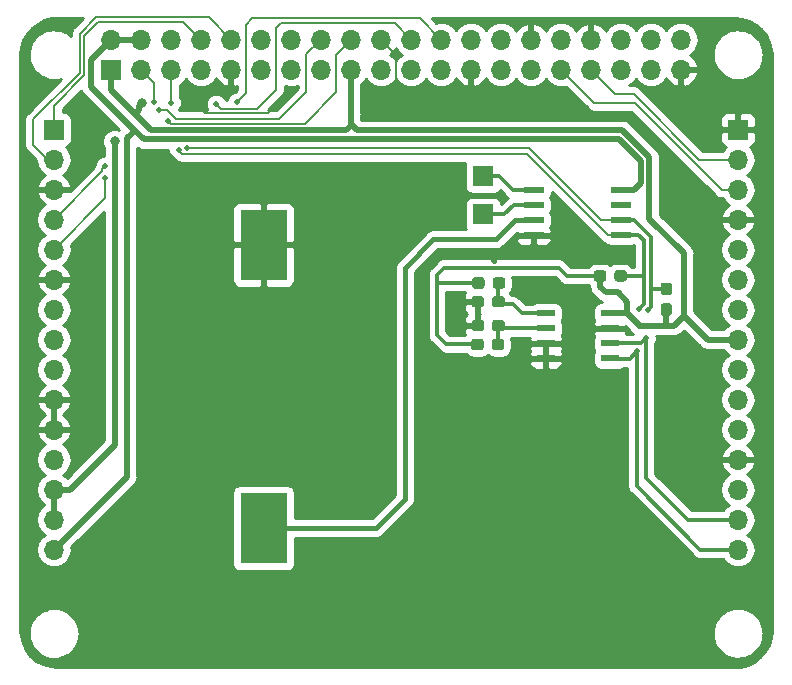
<source format=gbr>
G04 #@! TF.GenerationSoftware,KiCad,Pcbnew,(5.0.0-3-g5ebb6b6)*
G04 #@! TF.CreationDate,2019-05-19T23:31:11+02:00*
G04 #@! TF.ProjectId,RTC Board,52544320426F6172642E6B696361645F,rev?*
G04 #@! TF.SameCoordinates,Original*
G04 #@! TF.FileFunction,Copper,L1,Top,Signal*
G04 #@! TF.FilePolarity,Positive*
%FSLAX46Y46*%
G04 Gerber Fmt 4.6, Leading zero omitted, Abs format (unit mm)*
G04 Created by KiCad (PCBNEW (5.0.0-3-g5ebb6b6)) date Sunday, 19 May 2019 at 23:31:11*
%MOMM*%
%LPD*%
G01*
G04 APERTURE LIST*
G04 #@! TA.AperFunction,ComponentPad*
%ADD10R,1.700000X1.700000*%
G04 #@! TD*
G04 #@! TA.AperFunction,ComponentPad*
%ADD11O,1.700000X1.700000*%
G04 #@! TD*
G04 #@! TA.AperFunction,Conductor*
%ADD12C,0.100000*%
G04 #@! TD*
G04 #@! TA.AperFunction,SMDPad,CuDef*
%ADD13C,0.950000*%
G04 #@! TD*
G04 #@! TA.AperFunction,SMDPad,CuDef*
%ADD14R,1.750000X0.550000*%
G04 #@! TD*
G04 #@! TA.AperFunction,SMDPad,CuDef*
%ADD15R,1.550000X0.600000*%
G04 #@! TD*
G04 #@! TA.AperFunction,SMDPad,CuDef*
%ADD16R,1.800000X1.750000*%
G04 #@! TD*
G04 #@! TA.AperFunction,SMDPad,CuDef*
%ADD17R,4.000000X6.000000*%
G04 #@! TD*
G04 #@! TA.AperFunction,ViaPad*
%ADD18C,0.800000*%
G04 #@! TD*
G04 #@! TA.AperFunction,ViaPad*
%ADD19C,0.500000*%
G04 #@! TD*
G04 #@! TA.AperFunction,Conductor*
%ADD20C,0.500000*%
G04 #@! TD*
G04 #@! TA.AperFunction,Conductor*
%ADD21C,0.200000*%
G04 #@! TD*
G04 #@! TA.AperFunction,Conductor*
%ADD22C,0.300000*%
G04 #@! TD*
G04 #@! TA.AperFunction,Conductor*
%ADD23C,0.400000*%
G04 #@! TD*
G04 #@! TA.AperFunction,Conductor*
%ADD24C,0.254000*%
G04 #@! TD*
G04 APERTURE END LIST*
D10*
G04 #@! TO.P,J6,1*
G04 #@! TO.N,+3V3*
X94996000Y-62230000D03*
D11*
G04 #@! TO.P,J6,2*
G04 #@! TO.N,+5V_J4*
X94996000Y-59690000D03*
G04 #@! TO.P,J6,3*
G04 #@! TO.N,H_SDA*
X97536000Y-62230000D03*
G04 #@! TO.P,J6,4*
G04 #@! TO.N,+5V_J4*
X97536000Y-59690000D03*
G04 #@! TO.P,J6,5*
G04 #@! TO.N,H_SCL*
X100076000Y-62230000D03*
G04 #@! TO.P,J6,6*
G04 #@! TO.N,GNDD*
X100076000Y-59690000D03*
G04 #@! TO.P,J6,7*
G04 #@! TO.N,Net-(J1-Pad13)*
X102616000Y-62230000D03*
G04 #@! TO.P,J6,8*
G04 #@! TO.N,Net-(J6-Pad8)*
X102616000Y-59690000D03*
G04 #@! TO.P,J6,9*
G04 #@! TO.N,GNDD*
X105156000Y-62230000D03*
G04 #@! TO.P,J6,10*
G04 #@! TO.N,Net-(J6-Pad10)*
X105156000Y-59690000D03*
G04 #@! TO.P,J6,11*
G04 #@! TO.N,Net-(J1-Pad11)*
X107696000Y-62230000D03*
G04 #@! TO.P,J6,12*
G04 #@! TO.N,N/C*
X107696000Y-59690000D03*
G04 #@! TO.P,J6,13*
G04 #@! TO.N,Net-(J1-Pad10)*
X110236000Y-62230000D03*
G04 #@! TO.P,J6,14*
G04 #@! TO.N,GNDD*
X110236000Y-59690000D03*
G04 #@! TO.P,J6,15*
G04 #@! TO.N,Net-(J1-Pad9)*
X112776000Y-62230000D03*
G04 #@! TO.P,J6,16*
G04 #@! TO.N,Net-(J6-Pad16)*
X112776000Y-59690000D03*
G04 #@! TO.P,J6,17*
G04 #@! TO.N,+3V3*
X115316000Y-62230000D03*
G04 #@! TO.P,J6,18*
G04 #@! TO.N,Net-(J6-Pad18)*
X115316000Y-59690000D03*
G04 #@! TO.P,J6,19*
G04 #@! TO.N,Net-(J1-Pad7)*
X117856000Y-62230000D03*
G04 #@! TO.P,J6,20*
G04 #@! TO.N,GNDD*
X117856000Y-59690000D03*
G04 #@! TO.P,J6,21*
G04 #@! TO.N,Net-(J1-Pad6)*
X120396000Y-62230000D03*
G04 #@! TO.P,J6,22*
G04 #@! TO.N,Net-(J6-Pad22)*
X120396000Y-59690000D03*
G04 #@! TO.P,J6,23*
G04 #@! TO.N,Net-(J1-Pad5)*
X122936000Y-62230000D03*
G04 #@! TO.P,J6,24*
G04 #@! TO.N,Net-(J6-Pad24)*
X122936000Y-59690000D03*
G04 #@! TO.P,J6,25*
G04 #@! TO.N,GNDD*
X125476000Y-62230000D03*
G04 #@! TO.P,J6,26*
G04 #@! TO.N,Net-(J6-Pad26)*
X125476000Y-59690000D03*
G04 #@! TO.P,J6,27*
G04 #@! TO.N,N/C*
X128016000Y-62230000D03*
G04 #@! TO.P,J6,28*
X128016000Y-59690000D03*
G04 #@! TO.P,J6,29*
X130556000Y-62230000D03*
G04 #@! TO.P,J6,30*
G04 #@! TO.N,GNDD*
X130556000Y-59690000D03*
G04 #@! TO.P,J6,31*
G04 #@! TO.N,Net-(J1-Pad3)*
X133096000Y-62230000D03*
G04 #@! TO.P,J6,32*
G04 #@! TO.N,Net-(J6-Pad32)*
X133096000Y-59690000D03*
G04 #@! TO.P,J6,33*
G04 #@! TO.N,Net-(J1-Pad2)*
X135636000Y-62230000D03*
G04 #@! TO.P,J6,34*
G04 #@! TO.N,GNDD*
X135636000Y-59690000D03*
G04 #@! TO.P,J6,35*
G04 #@! TO.N,N/C*
X138176000Y-62230000D03*
G04 #@! TO.P,J6,36*
X138176000Y-59690000D03*
G04 #@! TO.P,J6,37*
X140716000Y-62230000D03*
G04 #@! TO.P,J6,38*
X140716000Y-59690000D03*
G04 #@! TO.P,J6,39*
G04 #@! TO.N,GNDD*
X143256000Y-62230000D03*
G04 #@! TO.P,J6,40*
G04 #@! TO.N,N/C*
X143256000Y-59690000D03*
G04 #@! TD*
G04 #@! TO.P,J1,15*
G04 #@! TO.N,H_SDA*
X148082000Y-102870000D03*
G04 #@! TO.P,J1,14*
G04 #@! TO.N,H_SCL*
X148082000Y-100330000D03*
G04 #@! TO.P,J1,13*
G04 #@! TO.N,Net-(J1-Pad13)*
X148082000Y-97790000D03*
G04 #@! TO.P,J1,12*
G04 #@! TO.N,GNDD*
X148082000Y-95250000D03*
G04 #@! TO.P,J1,11*
G04 #@! TO.N,Net-(J1-Pad11)*
X148082000Y-92710000D03*
G04 #@! TO.P,J1,10*
G04 #@! TO.N,Net-(J1-Pad10)*
X148082000Y-90170000D03*
G04 #@! TO.P,J1,9*
G04 #@! TO.N,Net-(J1-Pad9)*
X148082000Y-87630000D03*
G04 #@! TO.P,J1,8*
G04 #@! TO.N,+3V3*
X148082000Y-85090000D03*
G04 #@! TO.P,J1,7*
G04 #@! TO.N,Net-(J1-Pad7)*
X148082000Y-82550000D03*
G04 #@! TO.P,J1,6*
G04 #@! TO.N,Net-(J1-Pad6)*
X148082000Y-80010000D03*
G04 #@! TO.P,J1,5*
G04 #@! TO.N,Net-(J1-Pad5)*
X148082000Y-77470000D03*
G04 #@! TO.P,J1,4*
G04 #@! TO.N,GNDD*
X148082000Y-74930000D03*
G04 #@! TO.P,J1,3*
G04 #@! TO.N,Net-(J1-Pad3)*
X148082000Y-72390000D03*
G04 #@! TO.P,J1,2*
G04 #@! TO.N,Net-(J1-Pad2)*
X148082000Y-69850000D03*
D10*
G04 #@! TO.P,J1,1*
G04 #@! TO.N,GNDD*
X148082000Y-67310000D03*
G04 #@! TD*
G04 #@! TO.P,J7,1*
G04 #@! TO.N,Net-(J6-Pad8)*
X90170000Y-67310000D03*
D11*
G04 #@! TO.P,J7,2*
G04 #@! TO.N,Net-(J6-Pad10)*
X90170000Y-69850000D03*
G04 #@! TO.P,J7,3*
G04 #@! TO.N,GNDD*
X90170000Y-72390000D03*
G04 #@! TO.P,J7,4*
G04 #@! TO.N,Net-(J6-Pad16)*
X90170000Y-74930000D03*
G04 #@! TO.P,J7,5*
G04 #@! TO.N,Net-(J6-Pad18)*
X90170000Y-77470000D03*
G04 #@! TO.P,J7,6*
G04 #@! TO.N,GNDD*
X90170000Y-80010000D03*
G04 #@! TO.P,J7,7*
G04 #@! TO.N,Net-(J6-Pad22)*
X90170000Y-82550000D03*
G04 #@! TO.P,J7,8*
G04 #@! TO.N,Net-(J6-Pad24)*
X90170000Y-85090000D03*
G04 #@! TO.P,J7,9*
G04 #@! TO.N,Net-(J6-Pad26)*
X90170000Y-87630000D03*
G04 #@! TO.P,J7,10*
G04 #@! TO.N,GNDD*
X90170000Y-90170000D03*
G04 #@! TO.P,J7,11*
X90170000Y-92710000D03*
G04 #@! TO.P,J7,12*
G04 #@! TO.N,Net-(J6-Pad32)*
X90170000Y-95250000D03*
G04 #@! TO.P,J7,13*
G04 #@! TO.N,+3V3*
X90170000Y-97790000D03*
G04 #@! TO.P,J7,14*
X90170000Y-100330000D03*
G04 #@! TO.P,J7,15*
G04 #@! TO.N,+5V_J4*
X90170000Y-102870000D03*
G04 #@! TD*
D12*
G04 #@! TO.N,+3V3*
G04 #@! TO.C,R1*
G36*
X136710779Y-79226144D02*
X136733834Y-79229563D01*
X136756443Y-79235227D01*
X136778387Y-79243079D01*
X136799457Y-79253044D01*
X136819448Y-79265026D01*
X136838168Y-79278910D01*
X136855438Y-79294562D01*
X136871090Y-79311832D01*
X136884974Y-79330552D01*
X136896956Y-79350543D01*
X136906921Y-79371613D01*
X136914773Y-79393557D01*
X136920437Y-79416166D01*
X136923856Y-79439221D01*
X136925000Y-79462500D01*
X136925000Y-79937500D01*
X136923856Y-79960779D01*
X136920437Y-79983834D01*
X136914773Y-80006443D01*
X136906921Y-80028387D01*
X136896956Y-80049457D01*
X136884974Y-80069448D01*
X136871090Y-80088168D01*
X136855438Y-80105438D01*
X136838168Y-80121090D01*
X136819448Y-80134974D01*
X136799457Y-80146956D01*
X136778387Y-80156921D01*
X136756443Y-80164773D01*
X136733834Y-80170437D01*
X136710779Y-80173856D01*
X136687500Y-80175000D01*
X136112500Y-80175000D01*
X136089221Y-80173856D01*
X136066166Y-80170437D01*
X136043557Y-80164773D01*
X136021613Y-80156921D01*
X136000543Y-80146956D01*
X135980552Y-80134974D01*
X135961832Y-80121090D01*
X135944562Y-80105438D01*
X135928910Y-80088168D01*
X135915026Y-80069448D01*
X135903044Y-80049457D01*
X135893079Y-80028387D01*
X135885227Y-80006443D01*
X135879563Y-79983834D01*
X135876144Y-79960779D01*
X135875000Y-79937500D01*
X135875000Y-79462500D01*
X135876144Y-79439221D01*
X135879563Y-79416166D01*
X135885227Y-79393557D01*
X135893079Y-79371613D01*
X135903044Y-79350543D01*
X135915026Y-79330552D01*
X135928910Y-79311832D01*
X135944562Y-79294562D01*
X135961832Y-79278910D01*
X135980552Y-79265026D01*
X136000543Y-79253044D01*
X136021613Y-79243079D01*
X136043557Y-79235227D01*
X136066166Y-79229563D01*
X136089221Y-79226144D01*
X136112500Y-79225000D01*
X136687500Y-79225000D01*
X136710779Y-79226144D01*
X136710779Y-79226144D01*
G37*
D13*
G04 #@! TD*
G04 #@! TO.P,R1,1*
G04 #@! TO.N,+3V3*
X136400000Y-79700000D03*
D12*
G04 #@! TO.N,H_SDA*
G04 #@! TO.C,R1*
G36*
X138460779Y-79226144D02*
X138483834Y-79229563D01*
X138506443Y-79235227D01*
X138528387Y-79243079D01*
X138549457Y-79253044D01*
X138569448Y-79265026D01*
X138588168Y-79278910D01*
X138605438Y-79294562D01*
X138621090Y-79311832D01*
X138634974Y-79330552D01*
X138646956Y-79350543D01*
X138656921Y-79371613D01*
X138664773Y-79393557D01*
X138670437Y-79416166D01*
X138673856Y-79439221D01*
X138675000Y-79462500D01*
X138675000Y-79937500D01*
X138673856Y-79960779D01*
X138670437Y-79983834D01*
X138664773Y-80006443D01*
X138656921Y-80028387D01*
X138646956Y-80049457D01*
X138634974Y-80069448D01*
X138621090Y-80088168D01*
X138605438Y-80105438D01*
X138588168Y-80121090D01*
X138569448Y-80134974D01*
X138549457Y-80146956D01*
X138528387Y-80156921D01*
X138506443Y-80164773D01*
X138483834Y-80170437D01*
X138460779Y-80173856D01*
X138437500Y-80175000D01*
X137862500Y-80175000D01*
X137839221Y-80173856D01*
X137816166Y-80170437D01*
X137793557Y-80164773D01*
X137771613Y-80156921D01*
X137750543Y-80146956D01*
X137730552Y-80134974D01*
X137711832Y-80121090D01*
X137694562Y-80105438D01*
X137678910Y-80088168D01*
X137665026Y-80069448D01*
X137653044Y-80049457D01*
X137643079Y-80028387D01*
X137635227Y-80006443D01*
X137629563Y-79983834D01*
X137626144Y-79960779D01*
X137625000Y-79937500D01*
X137625000Y-79462500D01*
X137626144Y-79439221D01*
X137629563Y-79416166D01*
X137635227Y-79393557D01*
X137643079Y-79371613D01*
X137653044Y-79350543D01*
X137665026Y-79330552D01*
X137678910Y-79311832D01*
X137694562Y-79294562D01*
X137711832Y-79278910D01*
X137730552Y-79265026D01*
X137750543Y-79253044D01*
X137771613Y-79243079D01*
X137793557Y-79235227D01*
X137816166Y-79229563D01*
X137839221Y-79226144D01*
X137862500Y-79225000D01*
X138437500Y-79225000D01*
X138460779Y-79226144D01*
X138460779Y-79226144D01*
G37*
D13*
G04 #@! TD*
G04 #@! TO.P,R1,2*
G04 #@! TO.N,H_SDA*
X138150000Y-79700000D03*
D12*
G04 #@! TO.N,H_SCL*
G04 #@! TO.C,R2*
G36*
X142272179Y-80273544D02*
X142295234Y-80276963D01*
X142317843Y-80282627D01*
X142339787Y-80290479D01*
X142360857Y-80300444D01*
X142380848Y-80312426D01*
X142399568Y-80326310D01*
X142416838Y-80341962D01*
X142432490Y-80359232D01*
X142446374Y-80377952D01*
X142458356Y-80397943D01*
X142468321Y-80419013D01*
X142476173Y-80440957D01*
X142481837Y-80463566D01*
X142485256Y-80486621D01*
X142486400Y-80509900D01*
X142486400Y-81084900D01*
X142485256Y-81108179D01*
X142481837Y-81131234D01*
X142476173Y-81153843D01*
X142468321Y-81175787D01*
X142458356Y-81196857D01*
X142446374Y-81216848D01*
X142432490Y-81235568D01*
X142416838Y-81252838D01*
X142399568Y-81268490D01*
X142380848Y-81282374D01*
X142360857Y-81294356D01*
X142339787Y-81304321D01*
X142317843Y-81312173D01*
X142295234Y-81317837D01*
X142272179Y-81321256D01*
X142248900Y-81322400D01*
X141773900Y-81322400D01*
X141750621Y-81321256D01*
X141727566Y-81317837D01*
X141704957Y-81312173D01*
X141683013Y-81304321D01*
X141661943Y-81294356D01*
X141641952Y-81282374D01*
X141623232Y-81268490D01*
X141605962Y-81252838D01*
X141590310Y-81235568D01*
X141576426Y-81216848D01*
X141564444Y-81196857D01*
X141554479Y-81175787D01*
X141546627Y-81153843D01*
X141540963Y-81131234D01*
X141537544Y-81108179D01*
X141536400Y-81084900D01*
X141536400Y-80509900D01*
X141537544Y-80486621D01*
X141540963Y-80463566D01*
X141546627Y-80440957D01*
X141554479Y-80419013D01*
X141564444Y-80397943D01*
X141576426Y-80377952D01*
X141590310Y-80359232D01*
X141605962Y-80341962D01*
X141623232Y-80326310D01*
X141641952Y-80312426D01*
X141661943Y-80300444D01*
X141683013Y-80290479D01*
X141704957Y-80282627D01*
X141727566Y-80276963D01*
X141750621Y-80273544D01*
X141773900Y-80272400D01*
X142248900Y-80272400D01*
X142272179Y-80273544D01*
X142272179Y-80273544D01*
G37*
D13*
G04 #@! TD*
G04 #@! TO.P,R2,2*
G04 #@! TO.N,H_SCL*
X142011400Y-80797400D03*
D12*
G04 #@! TO.N,+3V3*
G04 #@! TO.C,R2*
G36*
X142272179Y-82023544D02*
X142295234Y-82026963D01*
X142317843Y-82032627D01*
X142339787Y-82040479D01*
X142360857Y-82050444D01*
X142380848Y-82062426D01*
X142399568Y-82076310D01*
X142416838Y-82091962D01*
X142432490Y-82109232D01*
X142446374Y-82127952D01*
X142458356Y-82147943D01*
X142468321Y-82169013D01*
X142476173Y-82190957D01*
X142481837Y-82213566D01*
X142485256Y-82236621D01*
X142486400Y-82259900D01*
X142486400Y-82834900D01*
X142485256Y-82858179D01*
X142481837Y-82881234D01*
X142476173Y-82903843D01*
X142468321Y-82925787D01*
X142458356Y-82946857D01*
X142446374Y-82966848D01*
X142432490Y-82985568D01*
X142416838Y-83002838D01*
X142399568Y-83018490D01*
X142380848Y-83032374D01*
X142360857Y-83044356D01*
X142339787Y-83054321D01*
X142317843Y-83062173D01*
X142295234Y-83067837D01*
X142272179Y-83071256D01*
X142248900Y-83072400D01*
X141773900Y-83072400D01*
X141750621Y-83071256D01*
X141727566Y-83067837D01*
X141704957Y-83062173D01*
X141683013Y-83054321D01*
X141661943Y-83044356D01*
X141641952Y-83032374D01*
X141623232Y-83018490D01*
X141605962Y-83002838D01*
X141590310Y-82985568D01*
X141576426Y-82966848D01*
X141564444Y-82946857D01*
X141554479Y-82925787D01*
X141546627Y-82903843D01*
X141540963Y-82881234D01*
X141537544Y-82858179D01*
X141536400Y-82834900D01*
X141536400Y-82259900D01*
X141537544Y-82236621D01*
X141540963Y-82213566D01*
X141546627Y-82190957D01*
X141554479Y-82169013D01*
X141564444Y-82147943D01*
X141576426Y-82127952D01*
X141590310Y-82109232D01*
X141605962Y-82091962D01*
X141623232Y-82076310D01*
X141641952Y-82062426D01*
X141661943Y-82050444D01*
X141683013Y-82040479D01*
X141704957Y-82032627D01*
X141727566Y-82026963D01*
X141750621Y-82023544D01*
X141773900Y-82022400D01*
X142248900Y-82022400D01*
X142272179Y-82023544D01*
X142272179Y-82023544D01*
G37*
D13*
G04 #@! TD*
G04 #@! TO.P,R2,1*
G04 #@! TO.N,+3V3*
X142011400Y-82547400D03*
D14*
G04 #@! TO.P,U1,1*
G04 #@! TO.N,Net-(U1-Pad1)*
X130793000Y-72440800D03*
G04 #@! TO.P,U1,2*
G04 #@! TO.N,Net-(U1-Pad2)*
X130793000Y-73710800D03*
G04 #@! TO.P,U1,3*
G04 #@! TO.N,Net-(BT1-Pad1)*
X130793000Y-74980800D03*
G04 #@! TO.P,U1,4*
G04 #@! TO.N,GNDD*
X130793000Y-76250800D03*
G04 #@! TO.P,U1,5*
G04 #@! TO.N,H_SDA*
X138193000Y-76250800D03*
G04 #@! TO.P,U1,6*
G04 #@! TO.N,H_SCL*
X138193000Y-74980800D03*
G04 #@! TO.P,U1,7*
G04 #@! TO.N,N/C*
X138193000Y-73710800D03*
G04 #@! TO.P,U1,8*
G04 #@! TO.N,+5V_J4*
X138193000Y-72440800D03*
G04 #@! TD*
D15*
G04 #@! TO.P,U2,1*
G04 #@! TO.N,Net-(R5-Pad2)*
X131826000Y-82880200D03*
G04 #@! TO.P,U2,2*
G04 #@! TO.N,Net-(R3-Pad2)*
X131826000Y-84150200D03*
G04 #@! TO.P,U2,3*
G04 #@! TO.N,GNDD*
X131826000Y-85420200D03*
G04 #@! TO.P,U2,4*
X131826000Y-86690200D03*
G04 #@! TO.P,U2,5*
G04 #@! TO.N,H_SDA*
X137226000Y-86690200D03*
G04 #@! TO.P,U2,6*
G04 #@! TO.N,H_SCL*
X137226000Y-85420200D03*
G04 #@! TO.P,U2,7*
G04 #@! TO.N,GNDD*
X137226000Y-84150200D03*
G04 #@! TO.P,U2,8*
G04 #@! TO.N,+3V3*
X137226000Y-82880200D03*
G04 #@! TD*
D16*
G04 #@! TO.P,Y1,1*
G04 #@! TO.N,Net-(U1-Pad1)*
X126500000Y-71250000D03*
G04 #@! TO.P,Y1,2*
G04 #@! TO.N,Net-(U1-Pad2)*
X126500000Y-74500000D03*
G04 #@! TD*
D17*
G04 #@! TO.P,BT1,1*
G04 #@! TO.N,Net-(BT1-Pad1)*
X107910000Y-101060000D03*
G04 #@! TO.P,BT1,2*
G04 #@! TO.N,GNDD*
X107910000Y-77060000D03*
G04 #@! TD*
D12*
G04 #@! TO.N,Net-(R3-Pad2)*
G04 #@! TO.C,R3*
G36*
X128085779Y-85026144D02*
X128108834Y-85029563D01*
X128131443Y-85035227D01*
X128153387Y-85043079D01*
X128174457Y-85053044D01*
X128194448Y-85065026D01*
X128213168Y-85078910D01*
X128230438Y-85094562D01*
X128246090Y-85111832D01*
X128259974Y-85130552D01*
X128271956Y-85150543D01*
X128281921Y-85171613D01*
X128289773Y-85193557D01*
X128295437Y-85216166D01*
X128298856Y-85239221D01*
X128300000Y-85262500D01*
X128300000Y-85737500D01*
X128298856Y-85760779D01*
X128295437Y-85783834D01*
X128289773Y-85806443D01*
X128281921Y-85828387D01*
X128271956Y-85849457D01*
X128259974Y-85869448D01*
X128246090Y-85888168D01*
X128230438Y-85905438D01*
X128213168Y-85921090D01*
X128194448Y-85934974D01*
X128174457Y-85946956D01*
X128153387Y-85956921D01*
X128131443Y-85964773D01*
X128108834Y-85970437D01*
X128085779Y-85973856D01*
X128062500Y-85975000D01*
X127487500Y-85975000D01*
X127464221Y-85973856D01*
X127441166Y-85970437D01*
X127418557Y-85964773D01*
X127396613Y-85956921D01*
X127375543Y-85946956D01*
X127355552Y-85934974D01*
X127336832Y-85921090D01*
X127319562Y-85905438D01*
X127303910Y-85888168D01*
X127290026Y-85869448D01*
X127278044Y-85849457D01*
X127268079Y-85828387D01*
X127260227Y-85806443D01*
X127254563Y-85783834D01*
X127251144Y-85760779D01*
X127250000Y-85737500D01*
X127250000Y-85262500D01*
X127251144Y-85239221D01*
X127254563Y-85216166D01*
X127260227Y-85193557D01*
X127268079Y-85171613D01*
X127278044Y-85150543D01*
X127290026Y-85130552D01*
X127303910Y-85111832D01*
X127319562Y-85094562D01*
X127336832Y-85078910D01*
X127355552Y-85065026D01*
X127375543Y-85053044D01*
X127396613Y-85043079D01*
X127418557Y-85035227D01*
X127441166Y-85029563D01*
X127464221Y-85026144D01*
X127487500Y-85025000D01*
X128062500Y-85025000D01*
X128085779Y-85026144D01*
X128085779Y-85026144D01*
G37*
D13*
G04 #@! TD*
G04 #@! TO.P,R3,2*
G04 #@! TO.N,Net-(R3-Pad2)*
X127775000Y-85500000D03*
D12*
G04 #@! TO.N,+3V3*
G04 #@! TO.C,R3*
G36*
X126335779Y-85026144D02*
X126358834Y-85029563D01*
X126381443Y-85035227D01*
X126403387Y-85043079D01*
X126424457Y-85053044D01*
X126444448Y-85065026D01*
X126463168Y-85078910D01*
X126480438Y-85094562D01*
X126496090Y-85111832D01*
X126509974Y-85130552D01*
X126521956Y-85150543D01*
X126531921Y-85171613D01*
X126539773Y-85193557D01*
X126545437Y-85216166D01*
X126548856Y-85239221D01*
X126550000Y-85262500D01*
X126550000Y-85737500D01*
X126548856Y-85760779D01*
X126545437Y-85783834D01*
X126539773Y-85806443D01*
X126531921Y-85828387D01*
X126521956Y-85849457D01*
X126509974Y-85869448D01*
X126496090Y-85888168D01*
X126480438Y-85905438D01*
X126463168Y-85921090D01*
X126444448Y-85934974D01*
X126424457Y-85946956D01*
X126403387Y-85956921D01*
X126381443Y-85964773D01*
X126358834Y-85970437D01*
X126335779Y-85973856D01*
X126312500Y-85975000D01*
X125737500Y-85975000D01*
X125714221Y-85973856D01*
X125691166Y-85970437D01*
X125668557Y-85964773D01*
X125646613Y-85956921D01*
X125625543Y-85946956D01*
X125605552Y-85934974D01*
X125586832Y-85921090D01*
X125569562Y-85905438D01*
X125553910Y-85888168D01*
X125540026Y-85869448D01*
X125528044Y-85849457D01*
X125518079Y-85828387D01*
X125510227Y-85806443D01*
X125504563Y-85783834D01*
X125501144Y-85760779D01*
X125500000Y-85737500D01*
X125500000Y-85262500D01*
X125501144Y-85239221D01*
X125504563Y-85216166D01*
X125510227Y-85193557D01*
X125518079Y-85171613D01*
X125528044Y-85150543D01*
X125540026Y-85130552D01*
X125553910Y-85111832D01*
X125569562Y-85094562D01*
X125586832Y-85078910D01*
X125605552Y-85065026D01*
X125625543Y-85053044D01*
X125646613Y-85043079D01*
X125668557Y-85035227D01*
X125691166Y-85029563D01*
X125714221Y-85026144D01*
X125737500Y-85025000D01*
X126312500Y-85025000D01*
X126335779Y-85026144D01*
X126335779Y-85026144D01*
G37*
D13*
G04 #@! TD*
G04 #@! TO.P,R3,1*
G04 #@! TO.N,+3V3*
X126025000Y-85500000D03*
D12*
G04 #@! TO.N,GNDD*
G04 #@! TO.C,R4*
G36*
X126360779Y-83426144D02*
X126383834Y-83429563D01*
X126406443Y-83435227D01*
X126428387Y-83443079D01*
X126449457Y-83453044D01*
X126469448Y-83465026D01*
X126488168Y-83478910D01*
X126505438Y-83494562D01*
X126521090Y-83511832D01*
X126534974Y-83530552D01*
X126546956Y-83550543D01*
X126556921Y-83571613D01*
X126564773Y-83593557D01*
X126570437Y-83616166D01*
X126573856Y-83639221D01*
X126575000Y-83662500D01*
X126575000Y-84137500D01*
X126573856Y-84160779D01*
X126570437Y-84183834D01*
X126564773Y-84206443D01*
X126556921Y-84228387D01*
X126546956Y-84249457D01*
X126534974Y-84269448D01*
X126521090Y-84288168D01*
X126505438Y-84305438D01*
X126488168Y-84321090D01*
X126469448Y-84334974D01*
X126449457Y-84346956D01*
X126428387Y-84356921D01*
X126406443Y-84364773D01*
X126383834Y-84370437D01*
X126360779Y-84373856D01*
X126337500Y-84375000D01*
X125762500Y-84375000D01*
X125739221Y-84373856D01*
X125716166Y-84370437D01*
X125693557Y-84364773D01*
X125671613Y-84356921D01*
X125650543Y-84346956D01*
X125630552Y-84334974D01*
X125611832Y-84321090D01*
X125594562Y-84305438D01*
X125578910Y-84288168D01*
X125565026Y-84269448D01*
X125553044Y-84249457D01*
X125543079Y-84228387D01*
X125535227Y-84206443D01*
X125529563Y-84183834D01*
X125526144Y-84160779D01*
X125525000Y-84137500D01*
X125525000Y-83662500D01*
X125526144Y-83639221D01*
X125529563Y-83616166D01*
X125535227Y-83593557D01*
X125543079Y-83571613D01*
X125553044Y-83550543D01*
X125565026Y-83530552D01*
X125578910Y-83511832D01*
X125594562Y-83494562D01*
X125611832Y-83478910D01*
X125630552Y-83465026D01*
X125650543Y-83453044D01*
X125671613Y-83443079D01*
X125693557Y-83435227D01*
X125716166Y-83429563D01*
X125739221Y-83426144D01*
X125762500Y-83425000D01*
X126337500Y-83425000D01*
X126360779Y-83426144D01*
X126360779Y-83426144D01*
G37*
D13*
G04 #@! TD*
G04 #@! TO.P,R4,1*
G04 #@! TO.N,GNDD*
X126050000Y-83900000D03*
D12*
G04 #@! TO.N,Net-(R3-Pad2)*
G04 #@! TO.C,R4*
G36*
X128110779Y-83426144D02*
X128133834Y-83429563D01*
X128156443Y-83435227D01*
X128178387Y-83443079D01*
X128199457Y-83453044D01*
X128219448Y-83465026D01*
X128238168Y-83478910D01*
X128255438Y-83494562D01*
X128271090Y-83511832D01*
X128284974Y-83530552D01*
X128296956Y-83550543D01*
X128306921Y-83571613D01*
X128314773Y-83593557D01*
X128320437Y-83616166D01*
X128323856Y-83639221D01*
X128325000Y-83662500D01*
X128325000Y-84137500D01*
X128323856Y-84160779D01*
X128320437Y-84183834D01*
X128314773Y-84206443D01*
X128306921Y-84228387D01*
X128296956Y-84249457D01*
X128284974Y-84269448D01*
X128271090Y-84288168D01*
X128255438Y-84305438D01*
X128238168Y-84321090D01*
X128219448Y-84334974D01*
X128199457Y-84346956D01*
X128178387Y-84356921D01*
X128156443Y-84364773D01*
X128133834Y-84370437D01*
X128110779Y-84373856D01*
X128087500Y-84375000D01*
X127512500Y-84375000D01*
X127489221Y-84373856D01*
X127466166Y-84370437D01*
X127443557Y-84364773D01*
X127421613Y-84356921D01*
X127400543Y-84346956D01*
X127380552Y-84334974D01*
X127361832Y-84321090D01*
X127344562Y-84305438D01*
X127328910Y-84288168D01*
X127315026Y-84269448D01*
X127303044Y-84249457D01*
X127293079Y-84228387D01*
X127285227Y-84206443D01*
X127279563Y-84183834D01*
X127276144Y-84160779D01*
X127275000Y-84137500D01*
X127275000Y-83662500D01*
X127276144Y-83639221D01*
X127279563Y-83616166D01*
X127285227Y-83593557D01*
X127293079Y-83571613D01*
X127303044Y-83550543D01*
X127315026Y-83530552D01*
X127328910Y-83511832D01*
X127344562Y-83494562D01*
X127361832Y-83478910D01*
X127380552Y-83465026D01*
X127400543Y-83453044D01*
X127421613Y-83443079D01*
X127443557Y-83435227D01*
X127466166Y-83429563D01*
X127489221Y-83426144D01*
X127512500Y-83425000D01*
X128087500Y-83425000D01*
X128110779Y-83426144D01*
X128110779Y-83426144D01*
G37*
D13*
G04 #@! TD*
G04 #@! TO.P,R4,2*
G04 #@! TO.N,Net-(R3-Pad2)*
X127800000Y-83900000D03*
D12*
G04 #@! TO.N,Net-(R5-Pad2)*
G04 #@! TO.C,R5*
G36*
X128160779Y-79826144D02*
X128183834Y-79829563D01*
X128206443Y-79835227D01*
X128228387Y-79843079D01*
X128249457Y-79853044D01*
X128269448Y-79865026D01*
X128288168Y-79878910D01*
X128305438Y-79894562D01*
X128321090Y-79911832D01*
X128334974Y-79930552D01*
X128346956Y-79950543D01*
X128356921Y-79971613D01*
X128364773Y-79993557D01*
X128370437Y-80016166D01*
X128373856Y-80039221D01*
X128375000Y-80062500D01*
X128375000Y-80537500D01*
X128373856Y-80560779D01*
X128370437Y-80583834D01*
X128364773Y-80606443D01*
X128356921Y-80628387D01*
X128346956Y-80649457D01*
X128334974Y-80669448D01*
X128321090Y-80688168D01*
X128305438Y-80705438D01*
X128288168Y-80721090D01*
X128269448Y-80734974D01*
X128249457Y-80746956D01*
X128228387Y-80756921D01*
X128206443Y-80764773D01*
X128183834Y-80770437D01*
X128160779Y-80773856D01*
X128137500Y-80775000D01*
X127562500Y-80775000D01*
X127539221Y-80773856D01*
X127516166Y-80770437D01*
X127493557Y-80764773D01*
X127471613Y-80756921D01*
X127450543Y-80746956D01*
X127430552Y-80734974D01*
X127411832Y-80721090D01*
X127394562Y-80705438D01*
X127378910Y-80688168D01*
X127365026Y-80669448D01*
X127353044Y-80649457D01*
X127343079Y-80628387D01*
X127335227Y-80606443D01*
X127329563Y-80583834D01*
X127326144Y-80560779D01*
X127325000Y-80537500D01*
X127325000Y-80062500D01*
X127326144Y-80039221D01*
X127329563Y-80016166D01*
X127335227Y-79993557D01*
X127343079Y-79971613D01*
X127353044Y-79950543D01*
X127365026Y-79930552D01*
X127378910Y-79911832D01*
X127394562Y-79894562D01*
X127411832Y-79878910D01*
X127430552Y-79865026D01*
X127450543Y-79853044D01*
X127471613Y-79843079D01*
X127493557Y-79835227D01*
X127516166Y-79829563D01*
X127539221Y-79826144D01*
X127562500Y-79825000D01*
X128137500Y-79825000D01*
X128160779Y-79826144D01*
X128160779Y-79826144D01*
G37*
D13*
G04 #@! TD*
G04 #@! TO.P,R5,2*
G04 #@! TO.N,Net-(R5-Pad2)*
X127850000Y-80300000D03*
D12*
G04 #@! TO.N,+3V3*
G04 #@! TO.C,R5*
G36*
X126410779Y-79826144D02*
X126433834Y-79829563D01*
X126456443Y-79835227D01*
X126478387Y-79843079D01*
X126499457Y-79853044D01*
X126519448Y-79865026D01*
X126538168Y-79878910D01*
X126555438Y-79894562D01*
X126571090Y-79911832D01*
X126584974Y-79930552D01*
X126596956Y-79950543D01*
X126606921Y-79971613D01*
X126614773Y-79993557D01*
X126620437Y-80016166D01*
X126623856Y-80039221D01*
X126625000Y-80062500D01*
X126625000Y-80537500D01*
X126623856Y-80560779D01*
X126620437Y-80583834D01*
X126614773Y-80606443D01*
X126606921Y-80628387D01*
X126596956Y-80649457D01*
X126584974Y-80669448D01*
X126571090Y-80688168D01*
X126555438Y-80705438D01*
X126538168Y-80721090D01*
X126519448Y-80734974D01*
X126499457Y-80746956D01*
X126478387Y-80756921D01*
X126456443Y-80764773D01*
X126433834Y-80770437D01*
X126410779Y-80773856D01*
X126387500Y-80775000D01*
X125812500Y-80775000D01*
X125789221Y-80773856D01*
X125766166Y-80770437D01*
X125743557Y-80764773D01*
X125721613Y-80756921D01*
X125700543Y-80746956D01*
X125680552Y-80734974D01*
X125661832Y-80721090D01*
X125644562Y-80705438D01*
X125628910Y-80688168D01*
X125615026Y-80669448D01*
X125603044Y-80649457D01*
X125593079Y-80628387D01*
X125585227Y-80606443D01*
X125579563Y-80583834D01*
X125576144Y-80560779D01*
X125575000Y-80537500D01*
X125575000Y-80062500D01*
X125576144Y-80039221D01*
X125579563Y-80016166D01*
X125585227Y-79993557D01*
X125593079Y-79971613D01*
X125603044Y-79950543D01*
X125615026Y-79930552D01*
X125628910Y-79911832D01*
X125644562Y-79894562D01*
X125661832Y-79878910D01*
X125680552Y-79865026D01*
X125700543Y-79853044D01*
X125721613Y-79843079D01*
X125743557Y-79835227D01*
X125766166Y-79829563D01*
X125789221Y-79826144D01*
X125812500Y-79825000D01*
X126387500Y-79825000D01*
X126410779Y-79826144D01*
X126410779Y-79826144D01*
G37*
D13*
G04 #@! TD*
G04 #@! TO.P,R5,1*
G04 #@! TO.N,+3V3*
X126100000Y-80300000D03*
D12*
G04 #@! TO.N,GNDD*
G04 #@! TO.C,R6*
G36*
X126360779Y-81426144D02*
X126383834Y-81429563D01*
X126406443Y-81435227D01*
X126428387Y-81443079D01*
X126449457Y-81453044D01*
X126469448Y-81465026D01*
X126488168Y-81478910D01*
X126505438Y-81494562D01*
X126521090Y-81511832D01*
X126534974Y-81530552D01*
X126546956Y-81550543D01*
X126556921Y-81571613D01*
X126564773Y-81593557D01*
X126570437Y-81616166D01*
X126573856Y-81639221D01*
X126575000Y-81662500D01*
X126575000Y-82137500D01*
X126573856Y-82160779D01*
X126570437Y-82183834D01*
X126564773Y-82206443D01*
X126556921Y-82228387D01*
X126546956Y-82249457D01*
X126534974Y-82269448D01*
X126521090Y-82288168D01*
X126505438Y-82305438D01*
X126488168Y-82321090D01*
X126469448Y-82334974D01*
X126449457Y-82346956D01*
X126428387Y-82356921D01*
X126406443Y-82364773D01*
X126383834Y-82370437D01*
X126360779Y-82373856D01*
X126337500Y-82375000D01*
X125762500Y-82375000D01*
X125739221Y-82373856D01*
X125716166Y-82370437D01*
X125693557Y-82364773D01*
X125671613Y-82356921D01*
X125650543Y-82346956D01*
X125630552Y-82334974D01*
X125611832Y-82321090D01*
X125594562Y-82305438D01*
X125578910Y-82288168D01*
X125565026Y-82269448D01*
X125553044Y-82249457D01*
X125543079Y-82228387D01*
X125535227Y-82206443D01*
X125529563Y-82183834D01*
X125526144Y-82160779D01*
X125525000Y-82137500D01*
X125525000Y-81662500D01*
X125526144Y-81639221D01*
X125529563Y-81616166D01*
X125535227Y-81593557D01*
X125543079Y-81571613D01*
X125553044Y-81550543D01*
X125565026Y-81530552D01*
X125578910Y-81511832D01*
X125594562Y-81494562D01*
X125611832Y-81478910D01*
X125630552Y-81465026D01*
X125650543Y-81453044D01*
X125671613Y-81443079D01*
X125693557Y-81435227D01*
X125716166Y-81429563D01*
X125739221Y-81426144D01*
X125762500Y-81425000D01*
X126337500Y-81425000D01*
X126360779Y-81426144D01*
X126360779Y-81426144D01*
G37*
D13*
G04 #@! TD*
G04 #@! TO.P,R6,1*
G04 #@! TO.N,GNDD*
X126050000Y-81900000D03*
D12*
G04 #@! TO.N,Net-(R5-Pad2)*
G04 #@! TO.C,R6*
G36*
X128110779Y-81426144D02*
X128133834Y-81429563D01*
X128156443Y-81435227D01*
X128178387Y-81443079D01*
X128199457Y-81453044D01*
X128219448Y-81465026D01*
X128238168Y-81478910D01*
X128255438Y-81494562D01*
X128271090Y-81511832D01*
X128284974Y-81530552D01*
X128296956Y-81550543D01*
X128306921Y-81571613D01*
X128314773Y-81593557D01*
X128320437Y-81616166D01*
X128323856Y-81639221D01*
X128325000Y-81662500D01*
X128325000Y-82137500D01*
X128323856Y-82160779D01*
X128320437Y-82183834D01*
X128314773Y-82206443D01*
X128306921Y-82228387D01*
X128296956Y-82249457D01*
X128284974Y-82269448D01*
X128271090Y-82288168D01*
X128255438Y-82305438D01*
X128238168Y-82321090D01*
X128219448Y-82334974D01*
X128199457Y-82346956D01*
X128178387Y-82356921D01*
X128156443Y-82364773D01*
X128133834Y-82370437D01*
X128110779Y-82373856D01*
X128087500Y-82375000D01*
X127512500Y-82375000D01*
X127489221Y-82373856D01*
X127466166Y-82370437D01*
X127443557Y-82364773D01*
X127421613Y-82356921D01*
X127400543Y-82346956D01*
X127380552Y-82334974D01*
X127361832Y-82321090D01*
X127344562Y-82305438D01*
X127328910Y-82288168D01*
X127315026Y-82269448D01*
X127303044Y-82249457D01*
X127293079Y-82228387D01*
X127285227Y-82206443D01*
X127279563Y-82183834D01*
X127276144Y-82160779D01*
X127275000Y-82137500D01*
X127275000Y-81662500D01*
X127276144Y-81639221D01*
X127279563Y-81616166D01*
X127285227Y-81593557D01*
X127293079Y-81571613D01*
X127303044Y-81550543D01*
X127315026Y-81530552D01*
X127328910Y-81511832D01*
X127344562Y-81494562D01*
X127361832Y-81478910D01*
X127380552Y-81465026D01*
X127400543Y-81453044D01*
X127421613Y-81443079D01*
X127443557Y-81435227D01*
X127466166Y-81429563D01*
X127489221Y-81426144D01*
X127512500Y-81425000D01*
X128087500Y-81425000D01*
X128110779Y-81426144D01*
X128110779Y-81426144D01*
G37*
D13*
G04 #@! TD*
G04 #@! TO.P,R6,2*
G04 #@! TO.N,Net-(R5-Pad2)*
X127800000Y-81900000D03*
D18*
G04 #@! TO.N,+3V3*
X95300000Y-68300000D03*
X97600000Y-65100000D03*
D19*
G04 #@! TO.N,Net-(J6-Pad16)*
X94511084Y-70411084D03*
X99050000Y-65650000D03*
G04 #@! TO.N,Net-(J6-Pad18)*
X94500004Y-71400000D03*
X99849645Y-66600002D03*
G04 #@! TO.N,Net-(J6-Pad22)*
X103900000Y-65175000D03*
G04 #@! TO.N,Net-(J6-Pad24)*
X105675000Y-64999990D03*
G04 #@! TO.N,H_SDA*
X139700000Y-82500000D03*
X139500000Y-86100000D03*
X98675000Y-65000000D03*
X100749010Y-69000010D03*
G04 #@! TO.N,H_SCL*
X140300000Y-85000000D03*
X140427262Y-82621282D03*
X100100000Y-65025000D03*
X101450000Y-68849990D03*
G04 #@! TO.N,GNDD*
X127400000Y-78400000D03*
X119175000Y-64175000D03*
X102250000Y-64450000D03*
X109300000Y-64900000D03*
X124200000Y-82900000D03*
G04 #@! TD*
D20*
G04 #@! TO.N,+3V3*
X138701000Y-82880200D02*
X137226000Y-82880200D01*
X139700000Y-83879200D02*
X138701000Y-82880200D01*
X139700000Y-83900000D02*
X139700000Y-83879200D01*
X142011400Y-83888600D02*
X142011400Y-82547400D01*
X142000000Y-83900000D02*
X142011400Y-83888600D01*
X142000000Y-83900000D02*
X139700000Y-83900000D01*
X138701000Y-82880200D02*
X138701000Y-81901000D01*
X138701000Y-81901000D02*
X137900000Y-81100000D01*
X137900000Y-81100000D02*
X136900000Y-81100000D01*
X136400000Y-80600000D02*
X136400000Y-79700000D01*
X136900000Y-81100000D02*
X136400000Y-80600000D01*
X94996000Y-63996000D02*
X97000000Y-66000000D01*
X94996000Y-62230000D02*
X94996000Y-63996000D01*
D21*
X115300000Y-66000000D02*
X115316000Y-65984000D01*
D20*
X90170000Y-100330000D02*
X90170000Y-97790000D01*
X90170000Y-97790000D02*
X91510000Y-97790000D01*
X91510000Y-97790000D02*
X95300000Y-94000000D01*
X95300000Y-94000000D02*
X95300000Y-68300000D01*
X97350001Y-65649999D02*
X97000000Y-66000000D01*
X97350001Y-65349999D02*
X97350001Y-65649999D01*
X97600000Y-65100000D02*
X97350001Y-65349999D01*
X143500000Y-83100000D02*
X142700000Y-83900000D01*
X142700000Y-83900000D02*
X142000000Y-83900000D01*
X143500000Y-83100000D02*
X143550000Y-83100000D01*
X145540000Y-85090000D02*
X148082000Y-85090000D01*
X143550000Y-83100000D02*
X145540000Y-85090000D01*
X115300000Y-62246000D02*
X115316000Y-62230000D01*
X115300000Y-65968000D02*
X115300000Y-62246000D01*
X115316000Y-65984000D02*
X115300000Y-65968000D01*
X115300000Y-66975000D02*
X115300000Y-66000000D01*
X114900000Y-67375000D02*
X115300000Y-66975000D01*
X98375000Y-67375000D02*
X114900000Y-67375000D01*
X97000000Y-66000000D02*
X98375000Y-67375000D01*
X143500000Y-77800000D02*
X143500000Y-83100000D01*
X138300000Y-67375000D02*
X140575000Y-69650000D01*
X115800000Y-67375000D02*
X138300000Y-67375000D01*
X115300000Y-66875000D02*
X115800000Y-67375000D01*
X140575000Y-74875000D02*
X143500000Y-77800000D01*
X140575000Y-69650000D02*
X140575000Y-74875000D01*
X115300000Y-66000000D02*
X115300000Y-66875000D01*
D22*
X122600000Y-79600000D02*
X122600000Y-80700000D01*
X123199999Y-79000001D02*
X122600000Y-79600000D01*
X132900001Y-79000001D02*
X123199999Y-79000001D01*
X133600000Y-79700000D02*
X132900001Y-79000001D01*
X136400000Y-79700000D02*
X133600000Y-79700000D01*
X123400000Y-85500000D02*
X126025000Y-85500000D01*
X122600000Y-84700000D02*
X123400000Y-85500000D01*
X122600000Y-80700000D02*
X122600000Y-84700000D01*
X122600000Y-80300000D02*
X122600000Y-80700000D01*
X126100000Y-80300000D02*
X122600000Y-80300000D01*
D21*
G04 #@! TO.N,Net-(J1-Pad3)*
X146690000Y-72390000D02*
X148082000Y-72390000D01*
X139350000Y-65050000D02*
X146690000Y-72390000D01*
X133096000Y-62230000D02*
X135916000Y-65050000D01*
X135916000Y-65050000D02*
X139350000Y-65050000D01*
G04 #@! TO.N,Net-(J1-Pad2)*
X139250000Y-64300000D02*
X144800000Y-69850000D01*
X137706000Y-64300000D02*
X139250000Y-64300000D01*
X144800000Y-69850000D02*
X148082000Y-69850000D01*
X135636000Y-62230000D02*
X137706000Y-64300000D01*
D20*
G04 #@! TO.N,+5V_J4*
X94996000Y-59690000D02*
X97536000Y-59690000D01*
X93300000Y-63700000D02*
X97000000Y-67400000D01*
X93300000Y-61386000D02*
X93300000Y-63700000D01*
X94996000Y-59690000D02*
X93300000Y-61386000D01*
X96350000Y-68050000D02*
X97000000Y-67400000D01*
X96350000Y-96690000D02*
X96350000Y-68050000D01*
X90170000Y-102870000D02*
X96350000Y-96690000D01*
X139284200Y-72440800D02*
X138193000Y-72440800D01*
X139850000Y-69975000D02*
X139850000Y-71875000D01*
X97000000Y-67400000D02*
X97749988Y-68149988D01*
X138024988Y-68149988D02*
X139850000Y-69975000D01*
X139850000Y-71875000D02*
X139284200Y-72440800D01*
X97749988Y-68149988D02*
X138024988Y-68149988D01*
D21*
G04 #@! TO.N,Net-(J6-Pad8)*
X90170000Y-65280000D02*
X90170000Y-67310000D01*
X92749989Y-59350012D02*
X92749989Y-62700011D01*
X101126001Y-58200001D02*
X93900000Y-58200001D01*
X92749989Y-62700011D02*
X90170000Y-65280000D01*
X93900000Y-58200001D02*
X92749989Y-59350012D01*
X102616000Y-59690000D02*
X101126001Y-58200001D01*
G04 #@! TO.N,Net-(J6-Pad10)*
X90150000Y-69850000D02*
X90170000Y-69850000D01*
X88400000Y-66450000D02*
X88400000Y-68600000D01*
X92349978Y-62500022D02*
X88400000Y-66450000D01*
X92349978Y-59184323D02*
X92349978Y-62500022D01*
X103265990Y-57799990D02*
X93734311Y-57799990D01*
X89650000Y-69850000D02*
X90150000Y-69850000D01*
X88400000Y-68600000D02*
X89650000Y-69850000D01*
X93734311Y-57799990D02*
X92349978Y-59184323D01*
X105156000Y-59690000D02*
X103265990Y-57799990D01*
G04 #@! TO.N,Net-(J6-Pad16)*
X94261085Y-70838915D02*
X94261085Y-70661083D01*
X94261085Y-70661083D02*
X94511084Y-70411084D01*
X90170000Y-74930000D02*
X94261085Y-70838915D01*
X99713645Y-65650000D02*
X99403553Y-65650000D01*
X100463645Y-66400000D02*
X99713645Y-65650000D01*
X111525000Y-60941000D02*
X111525000Y-64125000D01*
X112776000Y-59690000D02*
X111525000Y-60941000D01*
X111525000Y-64125000D02*
X109250000Y-66400000D01*
X99403553Y-65650000D02*
X99050000Y-65650000D01*
X109250000Y-66400000D02*
X100463645Y-66400000D01*
G04 #@! TO.N,Net-(J6-Pad18)*
X90170000Y-77470000D02*
X94500004Y-73139996D01*
X94500004Y-73139996D02*
X94500004Y-71753553D01*
X94500004Y-71753553D02*
X94500004Y-71400000D01*
X111400000Y-66800000D02*
X100049643Y-66800000D01*
X115316000Y-59690000D02*
X114050000Y-60956000D01*
X114050000Y-60956000D02*
X114050000Y-64150000D01*
X114050000Y-64150000D02*
X111400000Y-66800000D01*
X100049643Y-66800000D02*
X99849645Y-66600002D01*
G04 #@! TO.N,Net-(J6-Pad22)*
X108975000Y-63925000D02*
X107350001Y-65549999D01*
X107350001Y-65549999D02*
X104274999Y-65549999D01*
X120396000Y-59690000D02*
X119006001Y-58300001D01*
X109374999Y-58300001D02*
X108975000Y-58700000D01*
X119006001Y-58300001D02*
X109374999Y-58300001D01*
X104149999Y-65424999D02*
X103900000Y-65175000D01*
X104274999Y-65549999D02*
X104149999Y-65424999D01*
X108975000Y-58700000D02*
X108975000Y-63925000D01*
G04 #@! TO.N,Net-(J6-Pad24)*
X105924999Y-64749991D02*
X105675000Y-64999990D01*
X106425000Y-58450000D02*
X106425000Y-64249990D01*
X106425000Y-64249990D02*
X105924999Y-64749991D01*
X106975010Y-57899990D02*
X106425000Y-58450000D01*
X121145990Y-57899990D02*
X106975010Y-57899990D01*
X122936000Y-59690000D02*
X121145990Y-57899990D01*
D22*
G04 #@! TO.N,H_SDA*
X137235800Y-86700000D02*
X137226000Y-86690200D01*
X138900000Y-86700000D02*
X137235800Y-86700000D01*
X139500000Y-86100000D02*
X138900000Y-86700000D01*
X140100000Y-82100000D02*
X139700000Y-82500000D01*
X139650800Y-76250800D02*
X140100000Y-76700000D01*
X138193000Y-76250800D02*
X139650800Y-76250800D01*
X144870000Y-102870000D02*
X148082000Y-102870000D01*
X139500000Y-97500000D02*
X144870000Y-102870000D01*
X139500000Y-86100000D02*
X139500000Y-97500000D01*
X140100000Y-79700000D02*
X140100000Y-82100000D01*
X138775000Y-79700000D02*
X140100000Y-79700000D01*
X138150000Y-79700000D02*
X138775000Y-79700000D01*
X140100000Y-76700000D02*
X140100000Y-79700000D01*
D21*
X98675000Y-64646447D02*
X98675000Y-65000000D01*
X98675000Y-63369000D02*
X98675000Y-64646447D01*
X97536000Y-62230000D02*
X98675000Y-63369000D01*
X100749010Y-69124010D02*
X100749010Y-69000010D01*
X101025000Y-69400000D02*
X100749010Y-69124010D01*
X130200000Y-69400000D02*
X101025000Y-69400000D01*
X137050800Y-76250800D02*
X130200000Y-69400000D01*
X138193000Y-76250800D02*
X137050800Y-76250800D01*
D22*
G04 #@! TO.N,H_SCL*
X137246200Y-85400000D02*
X137226000Y-85420200D01*
X139900000Y-85400000D02*
X137246200Y-85400000D01*
X140300000Y-85000000D02*
X139900000Y-85400000D01*
X139280800Y-74980800D02*
X140677261Y-76377261D01*
X140677261Y-82371283D02*
X140427262Y-82621282D01*
X138193000Y-74980800D02*
X139280800Y-74980800D01*
X143830000Y-100330000D02*
X148082000Y-100330000D01*
X140300000Y-96800000D02*
X143830000Y-100330000D01*
X140300000Y-85000000D02*
X140300000Y-96800000D01*
X140679861Y-80797400D02*
X140677261Y-80800000D01*
X142011400Y-80797400D02*
X140679861Y-80797400D01*
X140677261Y-80800000D02*
X140677261Y-82371283D01*
X140677261Y-76377261D02*
X140677261Y-80800000D01*
D21*
X100076000Y-62230000D02*
X100076000Y-65001000D01*
X100076000Y-65001000D02*
X100100000Y-65025000D01*
X101803553Y-68849990D02*
X101450000Y-68849990D01*
X101803574Y-68850011D02*
X101803553Y-68849990D01*
X130375011Y-68850011D02*
X101803574Y-68850011D01*
X136505800Y-74980800D02*
X130375011Y-68850011D01*
X138193000Y-74980800D02*
X136505800Y-74980800D01*
D23*
G04 #@! TO.N,GNDD*
X129249200Y-76250800D02*
X127400000Y-78100000D01*
X127400000Y-78100000D02*
X127400000Y-78400000D01*
X130793000Y-76250800D02*
X129249200Y-76250800D01*
D21*
X119150000Y-64150000D02*
X119175000Y-64175000D01*
X119150000Y-60984000D02*
X119150000Y-64150000D01*
X117856000Y-59690000D02*
X119150000Y-60984000D01*
X102250000Y-65225000D02*
X102250000Y-64450000D01*
X102975009Y-65950009D02*
X102250000Y-65225000D01*
X108249991Y-65950009D02*
X102975009Y-65950009D01*
X109300000Y-64900000D02*
X108249991Y-65950009D01*
D22*
X126050000Y-81900000D02*
X124900000Y-81900000D01*
X124200000Y-82600000D02*
X124200000Y-82900000D01*
X124900000Y-81900000D02*
X124200000Y-82600000D01*
D23*
G04 #@! TO.N,Net-(BT1-Pad1)*
X117440000Y-101060000D02*
X107910000Y-101060000D01*
X119900000Y-98600000D02*
X117440000Y-101060000D01*
X119900000Y-79000000D02*
X119900000Y-98600000D01*
X122300000Y-76600000D02*
X119900000Y-79000000D01*
X129219200Y-74980800D02*
X127600000Y-76600000D01*
X127600000Y-76600000D02*
X122300000Y-76600000D01*
X130793000Y-74980800D02*
X129219200Y-74980800D01*
D22*
G04 #@! TO.N,Net-(U1-Pad1)*
X129009200Y-72440800D02*
X130793000Y-72440800D01*
X129025000Y-72425000D02*
X129009200Y-72440800D01*
X127850000Y-71250000D02*
X129025000Y-72425000D01*
X126500000Y-71250000D02*
X127850000Y-71250000D01*
G04 #@! TO.N,Net-(U1-Pad2)*
X129089200Y-73710800D02*
X129618000Y-73710800D01*
X128300000Y-74500000D02*
X129089200Y-73710800D01*
X129618000Y-73710800D02*
X130793000Y-73710800D01*
X126500000Y-74500000D02*
X128300000Y-74500000D01*
G04 #@! TO.N,Net-(R3-Pad2)*
X127775000Y-83925000D02*
X127800000Y-83900000D01*
X127775000Y-85500000D02*
X127775000Y-83925000D01*
X129650200Y-84150200D02*
X131826000Y-84150200D01*
X128050200Y-84150200D02*
X129650200Y-84150200D01*
X127800000Y-83900000D02*
X128050200Y-84150200D01*
G04 #@! TO.N,Net-(R5-Pad2)*
X127800000Y-80350000D02*
X127850000Y-80300000D01*
X127800000Y-81900000D02*
X127800000Y-80350000D01*
X129000000Y-82100000D02*
X129780200Y-82880200D01*
X128000000Y-82100000D02*
X129000000Y-82100000D01*
X129780200Y-82880200D02*
X131826000Y-82880200D01*
X127800000Y-81900000D02*
X128000000Y-82100000D01*
G04 #@! TD*
D24*
G04 #@! TO.N,GNDD*
G36*
X91881443Y-58613412D02*
X91820073Y-58654418D01*
X91657624Y-58897541D01*
X91614978Y-59111936D01*
X91614978Y-59111939D01*
X91600580Y-59184323D01*
X91614978Y-59256707D01*
X91614978Y-59384782D01*
X91510976Y-59291630D01*
X91384380Y-59165034D01*
X91356948Y-59153671D01*
X91331051Y-59130476D01*
X90675839Y-58853029D01*
X90621915Y-58849211D01*
X90599678Y-58840000D01*
X90491822Y-58840000D01*
X89966082Y-58802776D01*
X89825691Y-58840000D01*
X89750322Y-58840000D01*
X89616266Y-58895528D01*
X89278314Y-58985134D01*
X89079948Y-59117678D01*
X88965620Y-59165034D01*
X88878117Y-59252537D01*
X88686695Y-59380441D01*
X88482004Y-59648650D01*
X88365034Y-59765620D01*
X88332153Y-59845002D01*
X88255020Y-59946070D01*
X88109010Y-60383718D01*
X88040000Y-60550322D01*
X88040000Y-60590566D01*
X88029836Y-60621031D01*
X88035425Y-61332543D01*
X88040000Y-61345571D01*
X88040000Y-61399678D01*
X88164852Y-61701099D01*
X88271183Y-62003884D01*
X88311403Y-62054902D01*
X88365034Y-62184380D01*
X88593891Y-62413237D01*
X88711689Y-62562663D01*
X88800956Y-62620302D01*
X88965620Y-62784966D01*
X89217662Y-62889365D01*
X89309444Y-62948628D01*
X89437574Y-62980456D01*
X89750322Y-63110000D01*
X89959086Y-63110000D01*
X89999992Y-63120161D01*
X90117313Y-63110000D01*
X90599678Y-63110000D01*
X90771883Y-63038670D01*
X87931465Y-65879089D01*
X87870095Y-65920095D01*
X87707646Y-66163218D01*
X87665000Y-66377613D01*
X87665000Y-66377616D01*
X87650602Y-66450000D01*
X87665000Y-66522385D01*
X87665001Y-68527611D01*
X87650602Y-68600000D01*
X87707646Y-68886782D01*
X87829091Y-69068537D01*
X87870096Y-69129905D01*
X87931463Y-69170909D01*
X88667170Y-69906616D01*
X88771161Y-70429418D01*
X89099375Y-70920625D01*
X89418478Y-71133843D01*
X89288642Y-71194817D01*
X88898355Y-71623076D01*
X88728524Y-72033110D01*
X88849845Y-72263000D01*
X90043000Y-72263000D01*
X90043000Y-72243000D01*
X90297000Y-72243000D01*
X90297000Y-72263000D01*
X91490155Y-72263000D01*
X91611476Y-72033110D01*
X91441645Y-71623076D01*
X91051358Y-71194817D01*
X90921522Y-71133843D01*
X91240625Y-70920625D01*
X91568839Y-70429418D01*
X91684092Y-69850000D01*
X91568839Y-69270582D01*
X91240625Y-68779375D01*
X91222381Y-68767184D01*
X91267765Y-68758157D01*
X91477809Y-68617809D01*
X91618157Y-68407765D01*
X91667440Y-68160000D01*
X91667440Y-66460000D01*
X91618157Y-66212235D01*
X91477809Y-66002191D01*
X91267765Y-65861843D01*
X91020000Y-65812560D01*
X90905000Y-65812560D01*
X90905000Y-65584446D01*
X92462663Y-64026784D01*
X92466348Y-64045309D01*
X92612576Y-64264154D01*
X92612578Y-64264156D01*
X92661952Y-64338049D01*
X92735845Y-64387423D01*
X95689468Y-67341047D01*
X95505874Y-67265000D01*
X95094126Y-67265000D01*
X94713720Y-67422569D01*
X94422569Y-67713720D01*
X94265000Y-68094126D01*
X94265000Y-68505874D01*
X94415001Y-68868009D01*
X94415001Y-69526084D01*
X94335047Y-69526084D01*
X94009772Y-69660817D01*
X93760817Y-69909772D01*
X93626084Y-70235047D01*
X93626084Y-70288465D01*
X93568731Y-70374300D01*
X93539550Y-70521003D01*
X91508601Y-72551953D01*
X91490155Y-72517000D01*
X90297000Y-72517000D01*
X90297000Y-72537000D01*
X90043000Y-72537000D01*
X90043000Y-72517000D01*
X88849845Y-72517000D01*
X88728524Y-72746890D01*
X88898355Y-73156924D01*
X89288642Y-73585183D01*
X89418478Y-73646157D01*
X89099375Y-73859375D01*
X88771161Y-74350582D01*
X88655908Y-74930000D01*
X88771161Y-75509418D01*
X89099375Y-76000625D01*
X89397761Y-76200000D01*
X89099375Y-76399375D01*
X88771161Y-76890582D01*
X88655908Y-77470000D01*
X88771161Y-78049418D01*
X89099375Y-78540625D01*
X89418478Y-78753843D01*
X89288642Y-78814817D01*
X88898355Y-79243076D01*
X88728524Y-79653110D01*
X88849845Y-79883000D01*
X90043000Y-79883000D01*
X90043000Y-79863000D01*
X90297000Y-79863000D01*
X90297000Y-79883000D01*
X91490155Y-79883000D01*
X91611476Y-79653110D01*
X91441645Y-79243076D01*
X91051358Y-78814817D01*
X90921522Y-78753843D01*
X91240625Y-78540625D01*
X91568839Y-78049418D01*
X91684092Y-77470000D01*
X91605343Y-77074103D01*
X94415001Y-74264446D01*
X94415000Y-93633421D01*
X91276042Y-96772380D01*
X91240625Y-96719375D01*
X90942239Y-96520000D01*
X91240625Y-96320625D01*
X91568839Y-95829418D01*
X91684092Y-95250000D01*
X91568839Y-94670582D01*
X91240625Y-94179375D01*
X90921522Y-93966157D01*
X91051358Y-93905183D01*
X91441645Y-93476924D01*
X91611476Y-93066890D01*
X91490155Y-92837000D01*
X90297000Y-92837000D01*
X90297000Y-92857000D01*
X90043000Y-92857000D01*
X90043000Y-92837000D01*
X88849845Y-92837000D01*
X88728524Y-93066890D01*
X88898355Y-93476924D01*
X89288642Y-93905183D01*
X89418478Y-93966157D01*
X89099375Y-94179375D01*
X88771161Y-94670582D01*
X88655908Y-95250000D01*
X88771161Y-95829418D01*
X89099375Y-96320625D01*
X89397761Y-96520000D01*
X89099375Y-96719375D01*
X88771161Y-97210582D01*
X88655908Y-97790000D01*
X88771161Y-98369418D01*
X89099375Y-98860625D01*
X89285001Y-98984656D01*
X89285000Y-99135344D01*
X89099375Y-99259375D01*
X88771161Y-99750582D01*
X88655908Y-100330000D01*
X88771161Y-100909418D01*
X89099375Y-101400625D01*
X89397761Y-101600000D01*
X89099375Y-101799375D01*
X88771161Y-102290582D01*
X88655908Y-102870000D01*
X88771161Y-103449418D01*
X89099375Y-103940625D01*
X89590582Y-104268839D01*
X90023744Y-104355000D01*
X90316256Y-104355000D01*
X90749418Y-104268839D01*
X91240625Y-103940625D01*
X91568839Y-103449418D01*
X91684092Y-102870000D01*
X91640538Y-102651040D01*
X96914156Y-97377423D01*
X96988049Y-97328049D01*
X97056340Y-97225846D01*
X97183652Y-97035310D01*
X97209572Y-96905000D01*
X97235000Y-96777165D01*
X97235000Y-96777161D01*
X97252337Y-96690000D01*
X97235000Y-96602839D01*
X97235000Y-77345750D01*
X105275000Y-77345750D01*
X105275000Y-80186309D01*
X105371673Y-80419698D01*
X105550301Y-80598327D01*
X105783690Y-80695000D01*
X107624250Y-80695000D01*
X107783000Y-80536250D01*
X107783000Y-77187000D01*
X108037000Y-77187000D01*
X108037000Y-80536250D01*
X108195750Y-80695000D01*
X110036310Y-80695000D01*
X110269699Y-80598327D01*
X110448327Y-80419698D01*
X110545000Y-80186309D01*
X110545000Y-77345750D01*
X110386250Y-77187000D01*
X108037000Y-77187000D01*
X107783000Y-77187000D01*
X105433750Y-77187000D01*
X105275000Y-77345750D01*
X97235000Y-77345750D01*
X97235000Y-73933691D01*
X105275000Y-73933691D01*
X105275000Y-76774250D01*
X105433750Y-76933000D01*
X107783000Y-76933000D01*
X107783000Y-73583750D01*
X108037000Y-73583750D01*
X108037000Y-76933000D01*
X110386250Y-76933000D01*
X110545000Y-76774250D01*
X110545000Y-73933691D01*
X110448327Y-73700302D01*
X110269699Y-73521673D01*
X110036310Y-73425000D01*
X108195750Y-73425000D01*
X108037000Y-73583750D01*
X107783000Y-73583750D01*
X107624250Y-73425000D01*
X105783690Y-73425000D01*
X105550301Y-73521673D01*
X105371673Y-73700302D01*
X105275000Y-73933691D01*
X97235000Y-73933691D01*
X97235000Y-68870264D01*
X97259722Y-68886783D01*
X97404678Y-68983640D01*
X97662823Y-69034988D01*
X97662827Y-69034988D01*
X97749987Y-69052325D01*
X97837147Y-69034988D01*
X99864010Y-69034988D01*
X99864010Y-69176047D01*
X99998743Y-69501322D01*
X100247698Y-69750277D01*
X100398150Y-69812596D01*
X100454089Y-69868535D01*
X100495095Y-69929905D01*
X100738217Y-70092354D01*
X100952612Y-70135000D01*
X100952616Y-70135000D01*
X101025000Y-70149398D01*
X101097384Y-70135000D01*
X125000298Y-70135000D01*
X124952560Y-70375000D01*
X124952560Y-72125000D01*
X125001843Y-72372765D01*
X125142191Y-72582809D01*
X125352235Y-72723157D01*
X125600000Y-72772440D01*
X127400000Y-72772440D01*
X127647765Y-72723157D01*
X127857809Y-72582809D01*
X127943863Y-72454021D01*
X128335819Y-72845977D01*
X128443247Y-73006753D01*
X128586583Y-73102527D01*
X128523247Y-73144847D01*
X128479453Y-73210389D01*
X128047440Y-73642403D01*
X128047440Y-73625000D01*
X127998157Y-73377235D01*
X127857809Y-73167191D01*
X127647765Y-73026843D01*
X127400000Y-72977560D01*
X125600000Y-72977560D01*
X125352235Y-73026843D01*
X125142191Y-73167191D01*
X125001843Y-73377235D01*
X124952560Y-73625000D01*
X124952560Y-75375000D01*
X125001843Y-75622765D01*
X125096882Y-75765000D01*
X122382237Y-75765000D01*
X122300000Y-75748642D01*
X122217763Y-75765000D01*
X121974199Y-75813448D01*
X121697999Y-75997999D01*
X121651415Y-76067717D01*
X119367720Y-78351413D01*
X119297999Y-78397999D01*
X119113448Y-78674200D01*
X119065000Y-78917764D01*
X119065000Y-78917767D01*
X119048643Y-79000000D01*
X119065000Y-79082233D01*
X119065001Y-98254130D01*
X117094133Y-100225000D01*
X110557440Y-100225000D01*
X110557440Y-98060000D01*
X110508157Y-97812235D01*
X110367809Y-97602191D01*
X110157765Y-97461843D01*
X109910000Y-97412560D01*
X105910000Y-97412560D01*
X105662235Y-97461843D01*
X105452191Y-97602191D01*
X105311843Y-97812235D01*
X105262560Y-98060000D01*
X105262560Y-104060000D01*
X105311843Y-104307765D01*
X105452191Y-104517809D01*
X105662235Y-104658157D01*
X105910000Y-104707440D01*
X109910000Y-104707440D01*
X110157765Y-104658157D01*
X110367809Y-104517809D01*
X110508157Y-104307765D01*
X110557440Y-104060000D01*
X110557440Y-101895000D01*
X117357767Y-101895000D01*
X117440000Y-101911357D01*
X117522233Y-101895000D01*
X117522237Y-101895000D01*
X117765801Y-101846552D01*
X118042001Y-101662001D01*
X118088587Y-101592280D01*
X120432285Y-99248583D01*
X120502001Y-99202001D01*
X120686552Y-98925801D01*
X120735000Y-98682237D01*
X120735000Y-98682234D01*
X120751357Y-98600001D01*
X120735000Y-98517768D01*
X120735000Y-86975950D01*
X130416000Y-86975950D01*
X130416000Y-87116510D01*
X130512673Y-87349899D01*
X130691302Y-87528527D01*
X130924691Y-87625200D01*
X131540250Y-87625200D01*
X131699000Y-87466450D01*
X131699000Y-86817200D01*
X131953000Y-86817200D01*
X131953000Y-87466450D01*
X132111750Y-87625200D01*
X132727309Y-87625200D01*
X132960698Y-87528527D01*
X133139327Y-87349899D01*
X133236000Y-87116510D01*
X133236000Y-86975950D01*
X133077250Y-86817200D01*
X131953000Y-86817200D01*
X131699000Y-86817200D01*
X130574750Y-86817200D01*
X130416000Y-86975950D01*
X120735000Y-86975950D01*
X120735000Y-79345867D01*
X122645868Y-77435000D01*
X127517767Y-77435000D01*
X127600000Y-77451357D01*
X127682233Y-77435000D01*
X127682237Y-77435000D01*
X127925801Y-77386552D01*
X128202001Y-77202001D01*
X128248587Y-77132280D01*
X128844317Y-76536550D01*
X129283000Y-76536550D01*
X129283000Y-76652110D01*
X129379673Y-76885499D01*
X129558302Y-77064127D01*
X129791691Y-77160800D01*
X130507250Y-77160800D01*
X130666000Y-77002050D01*
X130666000Y-76377800D01*
X130920000Y-76377800D01*
X130920000Y-77002050D01*
X131078750Y-77160800D01*
X131794309Y-77160800D01*
X132027698Y-77064127D01*
X132206327Y-76885499D01*
X132303000Y-76652110D01*
X132303000Y-76536550D01*
X132144250Y-76377800D01*
X130920000Y-76377800D01*
X130666000Y-76377800D01*
X129441750Y-76377800D01*
X129283000Y-76536550D01*
X128844317Y-76536550D01*
X129349409Y-76031459D01*
X129441750Y-76123800D01*
X130666000Y-76123800D01*
X130666000Y-76103800D01*
X130920000Y-76103800D01*
X130920000Y-76123800D01*
X132144250Y-76123800D01*
X132303000Y-75965050D01*
X132303000Y-75849490D01*
X132206327Y-75616101D01*
X132197117Y-75606891D01*
X132266157Y-75503565D01*
X132315440Y-75255800D01*
X132315440Y-74705800D01*
X132266157Y-74458035D01*
X132191163Y-74345800D01*
X132266157Y-74233565D01*
X132315440Y-73985800D01*
X132315440Y-73435800D01*
X132266157Y-73188035D01*
X132191163Y-73075800D01*
X132266157Y-72963565D01*
X132315440Y-72715800D01*
X132315440Y-72554886D01*
X136479891Y-76719338D01*
X136520895Y-76780705D01*
X136764017Y-76943154D01*
X136843758Y-76959016D01*
X136860191Y-76983609D01*
X137070235Y-77123957D01*
X137318000Y-77173240D01*
X139068000Y-77173240D01*
X139315000Y-77124109D01*
X139315001Y-78915000D01*
X139115530Y-78915000D01*
X139063247Y-78836753D01*
X138776152Y-78644922D01*
X138437500Y-78577560D01*
X137862500Y-78577560D01*
X137523848Y-78644922D01*
X137275000Y-78811197D01*
X137026152Y-78644922D01*
X136687500Y-78577560D01*
X136112500Y-78577560D01*
X135773848Y-78644922D01*
X135486753Y-78836753D01*
X135434470Y-78915000D01*
X133925158Y-78915000D01*
X133509750Y-78499593D01*
X133465954Y-78434048D01*
X133206293Y-78260547D01*
X132977317Y-78215001D01*
X132977313Y-78215001D01*
X132900001Y-78199623D01*
X132822689Y-78215001D01*
X123277311Y-78215001D01*
X123199999Y-78199623D01*
X123122687Y-78215001D01*
X123122683Y-78215001D01*
X122893707Y-78260547D01*
X122634046Y-78434048D01*
X122590250Y-78499593D01*
X122099592Y-78990251D01*
X122034047Y-79034047D01*
X121990251Y-79099592D01*
X121860547Y-79293708D01*
X121860546Y-79293709D01*
X121815000Y-79522685D01*
X121815000Y-79522688D01*
X121799622Y-79600000D01*
X121815000Y-79677312D01*
X121815001Y-80222681D01*
X121799621Y-80300000D01*
X121815000Y-80377316D01*
X121815000Y-80622685D01*
X121815001Y-84622683D01*
X121799622Y-84700000D01*
X121860546Y-85006291D01*
X121990251Y-85200408D01*
X121990254Y-85200411D01*
X122034048Y-85265953D01*
X122099590Y-85309747D01*
X122790253Y-86000411D01*
X122834047Y-86065953D01*
X122899589Y-86109747D01*
X122899591Y-86109749D01*
X123035227Y-86200378D01*
X123093708Y-86239454D01*
X123322684Y-86285000D01*
X123322688Y-86285000D01*
X123400000Y-86300378D01*
X123477312Y-86285000D01*
X125059470Y-86285000D01*
X125111753Y-86363247D01*
X125398848Y-86555078D01*
X125737500Y-86622440D01*
X126312500Y-86622440D01*
X126651152Y-86555078D01*
X126900000Y-86388803D01*
X127148848Y-86555078D01*
X127487500Y-86622440D01*
X128062500Y-86622440D01*
X128401152Y-86555078D01*
X128688247Y-86363247D01*
X128880078Y-86076152D01*
X128947440Y-85737500D01*
X128947440Y-85705950D01*
X130416000Y-85705950D01*
X130416000Y-85846510D01*
X130502442Y-86055200D01*
X130416000Y-86263890D01*
X130416000Y-86404450D01*
X130574750Y-86563200D01*
X131699000Y-86563200D01*
X131699000Y-85547200D01*
X131953000Y-85547200D01*
X131953000Y-86563200D01*
X133077250Y-86563200D01*
X133236000Y-86404450D01*
X133236000Y-86263890D01*
X133149558Y-86055200D01*
X133236000Y-85846510D01*
X133236000Y-85705950D01*
X133077250Y-85547200D01*
X131953000Y-85547200D01*
X131699000Y-85547200D01*
X130574750Y-85547200D01*
X130416000Y-85705950D01*
X128947440Y-85705950D01*
X128947440Y-85262500D01*
X128882336Y-84935200D01*
X130440310Y-84935200D01*
X130416000Y-84993890D01*
X130416000Y-85134450D01*
X130574750Y-85293200D01*
X131699000Y-85293200D01*
X131699000Y-85273200D01*
X131953000Y-85273200D01*
X131953000Y-85293200D01*
X133077250Y-85293200D01*
X133236000Y-85134450D01*
X133236000Y-84993890D01*
X133146232Y-84777172D01*
X133199157Y-84697965D01*
X133248440Y-84450200D01*
X133248440Y-83850200D01*
X133199157Y-83602435D01*
X133140868Y-83515200D01*
X133199157Y-83427965D01*
X133248440Y-83180200D01*
X133248440Y-82580200D01*
X133199157Y-82332435D01*
X133058809Y-82122391D01*
X132848765Y-81982043D01*
X132601000Y-81932760D01*
X131051000Y-81932760D01*
X130803235Y-81982043D01*
X130633885Y-82095200D01*
X130105358Y-82095200D01*
X129609749Y-81599592D01*
X129565953Y-81534047D01*
X129306292Y-81360546D01*
X129077316Y-81315000D01*
X129077312Y-81315000D01*
X129000000Y-81299622D01*
X128922688Y-81315000D01*
X128899166Y-81315000D01*
X128780507Y-81137415D01*
X128955078Y-80876152D01*
X129022440Y-80537500D01*
X129022440Y-80062500D01*
X128967242Y-79785001D01*
X132574844Y-79785001D01*
X132990253Y-80200410D01*
X133034047Y-80265953D01*
X133099589Y-80309747D01*
X133099591Y-80309749D01*
X133225246Y-80393709D01*
X133293708Y-80439454D01*
X133522684Y-80485000D01*
X133522687Y-80485000D01*
X133599999Y-80500378D01*
X133677311Y-80485000D01*
X135434470Y-80485000D01*
X135486753Y-80563247D01*
X135502836Y-80573993D01*
X135497663Y-80600000D01*
X135515000Y-80687161D01*
X135515000Y-80687164D01*
X135566348Y-80945309D01*
X135761951Y-81238049D01*
X135835847Y-81287425D01*
X136212575Y-81664153D01*
X136261951Y-81738049D01*
X136553355Y-81932760D01*
X136451000Y-81932760D01*
X136203235Y-81982043D01*
X135993191Y-82122391D01*
X135852843Y-82332435D01*
X135803560Y-82580200D01*
X135803560Y-83180200D01*
X135852843Y-83427965D01*
X135905768Y-83507172D01*
X135816000Y-83723890D01*
X135816000Y-83864450D01*
X135974750Y-84023200D01*
X137099000Y-84023200D01*
X137099000Y-84003200D01*
X137353000Y-84003200D01*
X137353000Y-84023200D01*
X138477250Y-84023200D01*
X138534836Y-83965614D01*
X138970692Y-84401471D01*
X139061951Y-84538049D01*
X139177116Y-84615000D01*
X138620057Y-84615000D01*
X138636000Y-84576510D01*
X138636000Y-84435950D01*
X138477250Y-84277200D01*
X137353000Y-84277200D01*
X137353000Y-84297200D01*
X137099000Y-84297200D01*
X137099000Y-84277200D01*
X135974750Y-84277200D01*
X135816000Y-84435950D01*
X135816000Y-84576510D01*
X135905768Y-84793228D01*
X135852843Y-84872435D01*
X135803560Y-85120200D01*
X135803560Y-85720200D01*
X135852843Y-85967965D01*
X135911132Y-86055200D01*
X135852843Y-86142435D01*
X135803560Y-86390200D01*
X135803560Y-86990200D01*
X135852843Y-87237965D01*
X135993191Y-87448009D01*
X136203235Y-87588357D01*
X136451000Y-87637640D01*
X138001000Y-87637640D01*
X138248765Y-87588357D01*
X138403448Y-87485000D01*
X138715000Y-87485000D01*
X138715001Y-97422683D01*
X138699622Y-97500000D01*
X138760546Y-97806291D01*
X138890251Y-98000408D01*
X138890254Y-98000411D01*
X138934048Y-98065953D01*
X138999590Y-98109747D01*
X144260253Y-103370411D01*
X144304047Y-103435953D01*
X144369589Y-103479747D01*
X144369591Y-103479749D01*
X144485840Y-103557424D01*
X144563708Y-103609454D01*
X144792684Y-103655000D01*
X144792688Y-103655000D01*
X144870000Y-103670378D01*
X144947312Y-103655000D01*
X146820526Y-103655000D01*
X147011375Y-103940625D01*
X147502582Y-104268839D01*
X147935744Y-104355000D01*
X148228256Y-104355000D01*
X148661418Y-104268839D01*
X149152625Y-103940625D01*
X149480839Y-103449418D01*
X149596092Y-102870000D01*
X149480839Y-102290582D01*
X149152625Y-101799375D01*
X148854239Y-101600000D01*
X149152625Y-101400625D01*
X149480839Y-100909418D01*
X149596092Y-100330000D01*
X149480839Y-99750582D01*
X149152625Y-99259375D01*
X148854239Y-99060000D01*
X149152625Y-98860625D01*
X149480839Y-98369418D01*
X149596092Y-97790000D01*
X149480839Y-97210582D01*
X149152625Y-96719375D01*
X148833522Y-96506157D01*
X148963358Y-96445183D01*
X149353645Y-96016924D01*
X149523476Y-95606890D01*
X149402155Y-95377000D01*
X148209000Y-95377000D01*
X148209000Y-95397000D01*
X147955000Y-95397000D01*
X147955000Y-95377000D01*
X146761845Y-95377000D01*
X146640524Y-95606890D01*
X146810355Y-96016924D01*
X147200642Y-96445183D01*
X147330478Y-96506157D01*
X147011375Y-96719375D01*
X146683161Y-97210582D01*
X146567908Y-97790000D01*
X146683161Y-98369418D01*
X147011375Y-98860625D01*
X147309761Y-99060000D01*
X147011375Y-99259375D01*
X146820526Y-99545000D01*
X144155158Y-99545000D01*
X141085000Y-96474843D01*
X141085000Y-85417459D01*
X141185000Y-85176037D01*
X141185000Y-84823963D01*
X141168861Y-84785000D01*
X141912839Y-84785000D01*
X142000000Y-84802337D01*
X142087161Y-84785000D01*
X142612839Y-84785000D01*
X142700000Y-84802337D01*
X142787161Y-84785000D01*
X142787165Y-84785000D01*
X143045310Y-84733652D01*
X143338049Y-84538049D01*
X143387425Y-84464153D01*
X143525000Y-84326578D01*
X144852577Y-85654156D01*
X144901951Y-85728049D01*
X144975844Y-85777423D01*
X144975845Y-85777424D01*
X145144060Y-85889822D01*
X145194690Y-85923652D01*
X145452835Y-85975000D01*
X145452839Y-85975000D01*
X145540000Y-85992337D01*
X145627161Y-85975000D01*
X146887344Y-85975000D01*
X147011375Y-86160625D01*
X147309761Y-86360000D01*
X147011375Y-86559375D01*
X146683161Y-87050582D01*
X146567908Y-87630000D01*
X146683161Y-88209418D01*
X147011375Y-88700625D01*
X147309761Y-88900000D01*
X147011375Y-89099375D01*
X146683161Y-89590582D01*
X146567908Y-90170000D01*
X146683161Y-90749418D01*
X147011375Y-91240625D01*
X147309761Y-91440000D01*
X147011375Y-91639375D01*
X146683161Y-92130582D01*
X146567908Y-92710000D01*
X146683161Y-93289418D01*
X147011375Y-93780625D01*
X147330478Y-93993843D01*
X147200642Y-94054817D01*
X146810355Y-94483076D01*
X146640524Y-94893110D01*
X146761845Y-95123000D01*
X147955000Y-95123000D01*
X147955000Y-95103000D01*
X148209000Y-95103000D01*
X148209000Y-95123000D01*
X149402155Y-95123000D01*
X149523476Y-94893110D01*
X149353645Y-94483076D01*
X148963358Y-94054817D01*
X148833522Y-93993843D01*
X149152625Y-93780625D01*
X149480839Y-93289418D01*
X149596092Y-92710000D01*
X149480839Y-92130582D01*
X149152625Y-91639375D01*
X148854239Y-91440000D01*
X149152625Y-91240625D01*
X149480839Y-90749418D01*
X149596092Y-90170000D01*
X149480839Y-89590582D01*
X149152625Y-89099375D01*
X148854239Y-88900000D01*
X149152625Y-88700625D01*
X149480839Y-88209418D01*
X149596092Y-87630000D01*
X149480839Y-87050582D01*
X149152625Y-86559375D01*
X148854239Y-86360000D01*
X149152625Y-86160625D01*
X149480839Y-85669418D01*
X149596092Y-85090000D01*
X149480839Y-84510582D01*
X149152625Y-84019375D01*
X148854239Y-83820000D01*
X149152625Y-83620625D01*
X149480839Y-83129418D01*
X149596092Y-82550000D01*
X149480839Y-81970582D01*
X149152625Y-81479375D01*
X148854239Y-81280000D01*
X149152625Y-81080625D01*
X149480839Y-80589418D01*
X149596092Y-80010000D01*
X149480839Y-79430582D01*
X149152625Y-78939375D01*
X148854239Y-78740000D01*
X149152625Y-78540625D01*
X149480839Y-78049418D01*
X149596092Y-77470000D01*
X149480839Y-76890582D01*
X149152625Y-76399375D01*
X148833522Y-76186157D01*
X148963358Y-76125183D01*
X149353645Y-75696924D01*
X149523476Y-75286890D01*
X149402155Y-75057000D01*
X148209000Y-75057000D01*
X148209000Y-75077000D01*
X147955000Y-75077000D01*
X147955000Y-75057000D01*
X146761845Y-75057000D01*
X146640524Y-75286890D01*
X146810355Y-75696924D01*
X147200642Y-76125183D01*
X147330478Y-76186157D01*
X147011375Y-76399375D01*
X146683161Y-76890582D01*
X146567908Y-77470000D01*
X146683161Y-78049418D01*
X147011375Y-78540625D01*
X147309761Y-78740000D01*
X147011375Y-78939375D01*
X146683161Y-79430582D01*
X146567908Y-80010000D01*
X146683161Y-80589418D01*
X147011375Y-81080625D01*
X147309761Y-81280000D01*
X147011375Y-81479375D01*
X146683161Y-81970582D01*
X146567908Y-82550000D01*
X146683161Y-83129418D01*
X147011375Y-83620625D01*
X147309761Y-83820000D01*
X147011375Y-84019375D01*
X146887344Y-84205000D01*
X145906579Y-84205000D01*
X144385000Y-82683422D01*
X144385000Y-77887161D01*
X144402337Y-77800000D01*
X144385000Y-77712839D01*
X144385000Y-77712835D01*
X144333652Y-77454690D01*
X144323472Y-77439454D01*
X144187424Y-77235845D01*
X144187423Y-77235844D01*
X144138049Y-77161951D01*
X144064156Y-77112577D01*
X141460000Y-74508422D01*
X141460000Y-69737161D01*
X141477337Y-69650000D01*
X141460000Y-69562839D01*
X141460000Y-69562835D01*
X141408652Y-69304690D01*
X141281905Y-69115000D01*
X141262424Y-69085845D01*
X141262423Y-69085844D01*
X141213049Y-69011951D01*
X141139156Y-68962577D01*
X138987424Y-66810846D01*
X138938049Y-66736951D01*
X138645310Y-66541348D01*
X138387165Y-66490000D01*
X138387161Y-66490000D01*
X138300000Y-66472663D01*
X138212839Y-66490000D01*
X116185000Y-66490000D01*
X116185000Y-66151596D01*
X116218337Y-65983999D01*
X116185000Y-65816402D01*
X116185000Y-63435347D01*
X116386625Y-63300625D01*
X116586000Y-63002239D01*
X116785375Y-63300625D01*
X117276582Y-63628839D01*
X117709744Y-63715000D01*
X118002256Y-63715000D01*
X118435418Y-63628839D01*
X118926625Y-63300625D01*
X119126000Y-63002239D01*
X119325375Y-63300625D01*
X119816582Y-63628839D01*
X120249744Y-63715000D01*
X120542256Y-63715000D01*
X120975418Y-63628839D01*
X121466625Y-63300625D01*
X121666000Y-63002239D01*
X121865375Y-63300625D01*
X122356582Y-63628839D01*
X122789744Y-63715000D01*
X123082256Y-63715000D01*
X123515418Y-63628839D01*
X124006625Y-63300625D01*
X124219843Y-62981522D01*
X124280817Y-63111358D01*
X124709076Y-63501645D01*
X125119110Y-63671476D01*
X125349000Y-63550155D01*
X125349000Y-62357000D01*
X125329000Y-62357000D01*
X125329000Y-62103000D01*
X125349000Y-62103000D01*
X125349000Y-62083000D01*
X125603000Y-62083000D01*
X125603000Y-62103000D01*
X125623000Y-62103000D01*
X125623000Y-62357000D01*
X125603000Y-62357000D01*
X125603000Y-63550155D01*
X125832890Y-63671476D01*
X126242924Y-63501645D01*
X126671183Y-63111358D01*
X126732157Y-62981522D01*
X126945375Y-63300625D01*
X127436582Y-63628839D01*
X127869744Y-63715000D01*
X128162256Y-63715000D01*
X128595418Y-63628839D01*
X129086625Y-63300625D01*
X129286000Y-63002239D01*
X129485375Y-63300625D01*
X129976582Y-63628839D01*
X130409744Y-63715000D01*
X130702256Y-63715000D01*
X131135418Y-63628839D01*
X131626625Y-63300625D01*
X131826000Y-63002239D01*
X132025375Y-63300625D01*
X132516582Y-63628839D01*
X132949744Y-63715000D01*
X133242256Y-63715000D01*
X133491897Y-63665343D01*
X135345091Y-65518537D01*
X135386095Y-65579905D01*
X135629217Y-65742354D01*
X135843612Y-65785000D01*
X135843615Y-65785000D01*
X135915999Y-65799398D01*
X135988383Y-65785000D01*
X139045554Y-65785000D01*
X146119091Y-72858538D01*
X146160095Y-72919905D01*
X146403217Y-73082354D01*
X146617612Y-73125000D01*
X146690000Y-73139399D01*
X146762388Y-73125000D01*
X146787118Y-73125000D01*
X147011375Y-73460625D01*
X147330478Y-73673843D01*
X147200642Y-73734817D01*
X146810355Y-74163076D01*
X146640524Y-74573110D01*
X146761845Y-74803000D01*
X147955000Y-74803000D01*
X147955000Y-74783000D01*
X148209000Y-74783000D01*
X148209000Y-74803000D01*
X149402155Y-74803000D01*
X149523476Y-74573110D01*
X149353645Y-74163076D01*
X148963358Y-73734817D01*
X148833522Y-73673843D01*
X149152625Y-73460625D01*
X149480839Y-72969418D01*
X149596092Y-72390000D01*
X149480839Y-71810582D01*
X149152625Y-71319375D01*
X148854239Y-71120000D01*
X149152625Y-70920625D01*
X149480839Y-70429418D01*
X149596092Y-69850000D01*
X149480839Y-69270582D01*
X149152625Y-68779375D01*
X149130967Y-68764904D01*
X149291698Y-68698327D01*
X149470327Y-68519699D01*
X149567000Y-68286310D01*
X149567000Y-67595750D01*
X149408250Y-67437000D01*
X148209000Y-67437000D01*
X148209000Y-67457000D01*
X147955000Y-67457000D01*
X147955000Y-67437000D01*
X146755750Y-67437000D01*
X146597000Y-67595750D01*
X146597000Y-68286310D01*
X146693673Y-68519699D01*
X146872302Y-68698327D01*
X147033033Y-68764904D01*
X147011375Y-68779375D01*
X146787118Y-69115000D01*
X145104447Y-69115000D01*
X142323137Y-66333690D01*
X146597000Y-66333690D01*
X146597000Y-67024250D01*
X146755750Y-67183000D01*
X147955000Y-67183000D01*
X147955000Y-65983750D01*
X148209000Y-65983750D01*
X148209000Y-67183000D01*
X149408250Y-67183000D01*
X149567000Y-67024250D01*
X149567000Y-66333690D01*
X149470327Y-66100301D01*
X149291698Y-65921673D01*
X149058309Y-65825000D01*
X148367750Y-65825000D01*
X148209000Y-65983750D01*
X147955000Y-65983750D01*
X147796250Y-65825000D01*
X147105691Y-65825000D01*
X146872302Y-65921673D01*
X146693673Y-66100301D01*
X146597000Y-66333690D01*
X142323137Y-66333690D01*
X139820911Y-63831465D01*
X139779905Y-63770095D01*
X139536783Y-63607646D01*
X139322388Y-63565000D01*
X139322384Y-63565000D01*
X139250000Y-63550602D01*
X139177616Y-63565000D01*
X138850960Y-63565000D01*
X139246625Y-63300625D01*
X139446000Y-63002239D01*
X139645375Y-63300625D01*
X140136582Y-63628839D01*
X140569744Y-63715000D01*
X140862256Y-63715000D01*
X141295418Y-63628839D01*
X141786625Y-63300625D01*
X141999843Y-62981522D01*
X142060817Y-63111358D01*
X142489076Y-63501645D01*
X142899110Y-63671476D01*
X143129000Y-63550155D01*
X143129000Y-62357000D01*
X143383000Y-62357000D01*
X143383000Y-63550155D01*
X143612890Y-63671476D01*
X144022924Y-63501645D01*
X144451183Y-63111358D01*
X144697486Y-62586892D01*
X144576819Y-62357000D01*
X143383000Y-62357000D01*
X143129000Y-62357000D01*
X143109000Y-62357000D01*
X143109000Y-62103000D01*
X143129000Y-62103000D01*
X143129000Y-62083000D01*
X143383000Y-62083000D01*
X143383000Y-62103000D01*
X144576819Y-62103000D01*
X144697486Y-61873108D01*
X144451183Y-61348642D01*
X144026214Y-60961353D01*
X144326625Y-60760625D01*
X144419898Y-60621031D01*
X145941836Y-60621031D01*
X145947425Y-61332543D01*
X145965000Y-61382589D01*
X145965000Y-61399678D01*
X146004432Y-61494876D01*
X146183183Y-62003884D01*
X146250796Y-62089650D01*
X146290034Y-62184380D01*
X146457473Y-62351819D01*
X146623689Y-62562663D01*
X146749647Y-62643993D01*
X146890620Y-62784966D01*
X147106399Y-62874345D01*
X147221444Y-62948628D01*
X147382049Y-62988523D01*
X147675322Y-63110000D01*
X147871086Y-63110000D01*
X147911992Y-63120161D01*
X148029313Y-63110000D01*
X148524678Y-63110000D01*
X149309380Y-62784966D01*
X149909966Y-62184380D01*
X150107811Y-61706739D01*
X150132017Y-61661878D01*
X150135795Y-61639180D01*
X150235000Y-61399678D01*
X150235000Y-61043157D01*
X150248841Y-60960000D01*
X150248574Y-60925965D01*
X150235000Y-60851641D01*
X150235000Y-60550322D01*
X150136570Y-60312691D01*
X150120739Y-60226009D01*
X150043641Y-60088341D01*
X149909966Y-59765620D01*
X149803012Y-59658666D01*
X149773069Y-59605199D01*
X149547585Y-59403239D01*
X149309380Y-59165034D01*
X149257764Y-59143654D01*
X149243051Y-59130476D01*
X148587839Y-58853029D01*
X148549596Y-58850321D01*
X148524678Y-58840000D01*
X148403822Y-58840000D01*
X147878082Y-58802776D01*
X147737691Y-58840000D01*
X147675322Y-58840000D01*
X147564388Y-58885950D01*
X147190314Y-58985134D01*
X146970745Y-59131845D01*
X146890620Y-59165034D01*
X146829295Y-59226359D01*
X146598695Y-59380441D01*
X146352111Y-59703543D01*
X146290034Y-59765620D01*
X146272584Y-59807748D01*
X146167020Y-59946070D01*
X145967191Y-60545032D01*
X145965000Y-60550322D01*
X145965000Y-60551600D01*
X145941836Y-60621031D01*
X144419898Y-60621031D01*
X144654839Y-60269418D01*
X144770092Y-59690000D01*
X144654839Y-59110582D01*
X144326625Y-58619375D01*
X143835418Y-58291161D01*
X143402256Y-58205000D01*
X143109744Y-58205000D01*
X142676582Y-58291161D01*
X142185375Y-58619375D01*
X141986000Y-58917761D01*
X141786625Y-58619375D01*
X141295418Y-58291161D01*
X140862256Y-58205000D01*
X140569744Y-58205000D01*
X140136582Y-58291161D01*
X139645375Y-58619375D01*
X139446000Y-58917761D01*
X139246625Y-58619375D01*
X138755418Y-58291161D01*
X138322256Y-58205000D01*
X138029744Y-58205000D01*
X137596582Y-58291161D01*
X137105375Y-58619375D01*
X136892157Y-58938478D01*
X136831183Y-58808642D01*
X136402924Y-58418355D01*
X135992890Y-58248524D01*
X135763000Y-58369845D01*
X135763000Y-59563000D01*
X135783000Y-59563000D01*
X135783000Y-59817000D01*
X135763000Y-59817000D01*
X135763000Y-59837000D01*
X135509000Y-59837000D01*
X135509000Y-59817000D01*
X135489000Y-59817000D01*
X135489000Y-59563000D01*
X135509000Y-59563000D01*
X135509000Y-58369845D01*
X135279110Y-58248524D01*
X134869076Y-58418355D01*
X134440817Y-58808642D01*
X134379843Y-58938478D01*
X134166625Y-58619375D01*
X133675418Y-58291161D01*
X133242256Y-58205000D01*
X132949744Y-58205000D01*
X132516582Y-58291161D01*
X132025375Y-58619375D01*
X131812157Y-58938478D01*
X131751183Y-58808642D01*
X131322924Y-58418355D01*
X130912890Y-58248524D01*
X130683000Y-58369845D01*
X130683000Y-59563000D01*
X130703000Y-59563000D01*
X130703000Y-59817000D01*
X130683000Y-59817000D01*
X130683000Y-59837000D01*
X130429000Y-59837000D01*
X130429000Y-59817000D01*
X130409000Y-59817000D01*
X130409000Y-59563000D01*
X130429000Y-59563000D01*
X130429000Y-58369845D01*
X130199110Y-58248524D01*
X129789076Y-58418355D01*
X129360817Y-58808642D01*
X129299843Y-58938478D01*
X129086625Y-58619375D01*
X128595418Y-58291161D01*
X128162256Y-58205000D01*
X127869744Y-58205000D01*
X127436582Y-58291161D01*
X126945375Y-58619375D01*
X126746000Y-58917761D01*
X126546625Y-58619375D01*
X126055418Y-58291161D01*
X125622256Y-58205000D01*
X125329744Y-58205000D01*
X124896582Y-58291161D01*
X124405375Y-58619375D01*
X124206000Y-58917761D01*
X124006625Y-58619375D01*
X123515418Y-58291161D01*
X123082256Y-58205000D01*
X122789744Y-58205000D01*
X122540103Y-58254657D01*
X122145446Y-57860000D01*
X147792036Y-57860000D01*
X148450604Y-57926895D01*
X149047782Y-58114039D01*
X149595124Y-58417436D01*
X150070289Y-58824701D01*
X150453852Y-59319188D01*
X150730150Y-59880700D01*
X150890104Y-60494774D01*
X150928000Y-60987270D01*
X150928001Y-109692026D01*
X150861105Y-110350604D01*
X150673961Y-110947782D01*
X150370563Y-111495125D01*
X149963299Y-111970289D01*
X149468812Y-112353852D01*
X148907304Y-112630148D01*
X148293227Y-112790104D01*
X147800730Y-112828000D01*
X90459964Y-112828000D01*
X89801396Y-112761105D01*
X89204218Y-112573961D01*
X88656875Y-112270563D01*
X88181711Y-111863299D01*
X87798148Y-111368812D01*
X87521852Y-110807304D01*
X87361896Y-110193227D01*
X87324000Y-109700730D01*
X87324000Y-109643031D01*
X88029836Y-109643031D01*
X88035425Y-110354543D01*
X88040000Y-110367571D01*
X88040000Y-110399678D01*
X88114087Y-110578541D01*
X88271183Y-111025884D01*
X88330605Y-111101260D01*
X88365034Y-111184380D01*
X88511952Y-111331298D01*
X88711689Y-111584663D01*
X88863048Y-111682394D01*
X88965620Y-111784966D01*
X89122620Y-111849998D01*
X89309444Y-111970628D01*
X89570255Y-112035414D01*
X89750322Y-112110000D01*
X89870520Y-112110000D01*
X89999992Y-112142161D01*
X90371329Y-112110000D01*
X90599678Y-112110000D01*
X90660046Y-112084995D01*
X90708871Y-112080766D01*
X91282549Y-111827146D01*
X91384380Y-111784966D01*
X91579713Y-111589633D01*
X91882140Y-111310072D01*
X91908937Y-111260409D01*
X91984966Y-111184380D01*
X92100634Y-110905134D01*
X92220017Y-110683878D01*
X92238650Y-110571933D01*
X92310000Y-110399678D01*
X92310000Y-110143261D01*
X92336841Y-109982000D01*
X92336574Y-109947965D01*
X92310000Y-109802460D01*
X92310000Y-109622975D01*
X145929174Y-109622975D01*
X145934796Y-110338696D01*
X146171949Y-111014009D01*
X146615061Y-111576094D01*
X146873839Y-111743185D01*
X146890620Y-111759966D01*
X146916306Y-111770605D01*
X147216352Y-111964343D01*
X147635227Y-112068392D01*
X147675322Y-112085000D01*
X147702086Y-112085000D01*
X147910986Y-112136891D01*
X148510123Y-112085000D01*
X148524678Y-112085000D01*
X148528526Y-112083406D01*
X148624060Y-112075132D01*
X149278684Y-111785726D01*
X149304254Y-111762089D01*
X149309380Y-111759966D01*
X149343967Y-111725379D01*
X149804270Y-111299879D01*
X149845055Y-111224291D01*
X149909966Y-111159380D01*
X150008721Y-110920964D01*
X150144145Y-110669979D01*
X150165281Y-110542994D01*
X150235000Y-110374678D01*
X150235000Y-110124127D01*
X150261661Y-109963949D01*
X150261392Y-109929712D01*
X150235000Y-109785203D01*
X150235000Y-109525322D01*
X150150106Y-109320371D01*
X150132801Y-109225615D01*
X150048522Y-109075124D01*
X149909966Y-108740620D01*
X149799107Y-108629761D01*
X149783074Y-108601132D01*
X149662336Y-108492990D01*
X149309380Y-108140034D01*
X148524678Y-107815000D01*
X148174020Y-107815000D01*
X147876876Y-107793961D01*
X147797527Y-107815000D01*
X147675322Y-107815000D01*
X147457956Y-107905036D01*
X147185038Y-107977399D01*
X147024846Y-108084436D01*
X146890620Y-108140034D01*
X146787887Y-108242767D01*
X146589919Y-108375045D01*
X146378232Y-108652422D01*
X146290034Y-108740620D01*
X146265241Y-108800476D01*
X146155691Y-108944021D01*
X145929174Y-109622975D01*
X92310000Y-109622975D01*
X92310000Y-109550322D01*
X92227636Y-109351477D01*
X92208739Y-109248009D01*
X92116711Y-109083682D01*
X91984966Y-108765620D01*
X91879556Y-108660210D01*
X91861069Y-108627199D01*
X91721852Y-108502506D01*
X91384380Y-108165034D01*
X90599678Y-107840000D01*
X90181101Y-107840000D01*
X89966082Y-107824776D01*
X89908664Y-107840000D01*
X89750322Y-107840000D01*
X89468683Y-107956659D01*
X89278314Y-108007134D01*
X89166574Y-108081796D01*
X88965620Y-108165034D01*
X88811816Y-108318838D01*
X88686695Y-108402441D01*
X88552901Y-108577753D01*
X88365034Y-108765620D01*
X88312224Y-108893115D01*
X88255020Y-108968070D01*
X88146735Y-109292641D01*
X88040000Y-109550322D01*
X88040000Y-109612566D01*
X88029836Y-109643031D01*
X87324000Y-109643031D01*
X87324000Y-90526890D01*
X88728524Y-90526890D01*
X88898355Y-90936924D01*
X89288642Y-91365183D01*
X89447954Y-91440000D01*
X89288642Y-91514817D01*
X88898355Y-91943076D01*
X88728524Y-92353110D01*
X88849845Y-92583000D01*
X90043000Y-92583000D01*
X90043000Y-90297000D01*
X90297000Y-90297000D01*
X90297000Y-92583000D01*
X91490155Y-92583000D01*
X91611476Y-92353110D01*
X91441645Y-91943076D01*
X91051358Y-91514817D01*
X90892046Y-91440000D01*
X91051358Y-91365183D01*
X91441645Y-90936924D01*
X91611476Y-90526890D01*
X91490155Y-90297000D01*
X90297000Y-90297000D01*
X90043000Y-90297000D01*
X88849845Y-90297000D01*
X88728524Y-90526890D01*
X87324000Y-90526890D01*
X87324000Y-82550000D01*
X88655908Y-82550000D01*
X88771161Y-83129418D01*
X89099375Y-83620625D01*
X89397761Y-83820000D01*
X89099375Y-84019375D01*
X88771161Y-84510582D01*
X88655908Y-85090000D01*
X88771161Y-85669418D01*
X89099375Y-86160625D01*
X89397761Y-86360000D01*
X89099375Y-86559375D01*
X88771161Y-87050582D01*
X88655908Y-87630000D01*
X88771161Y-88209418D01*
X89099375Y-88700625D01*
X89418478Y-88913843D01*
X89288642Y-88974817D01*
X88898355Y-89403076D01*
X88728524Y-89813110D01*
X88849845Y-90043000D01*
X90043000Y-90043000D01*
X90043000Y-90023000D01*
X90297000Y-90023000D01*
X90297000Y-90043000D01*
X91490155Y-90043000D01*
X91611476Y-89813110D01*
X91441645Y-89403076D01*
X91051358Y-88974817D01*
X90921522Y-88913843D01*
X91240625Y-88700625D01*
X91568839Y-88209418D01*
X91684092Y-87630000D01*
X91568839Y-87050582D01*
X91240625Y-86559375D01*
X90942239Y-86360000D01*
X91240625Y-86160625D01*
X91568839Y-85669418D01*
X91684092Y-85090000D01*
X91568839Y-84510582D01*
X91240625Y-84019375D01*
X90942239Y-83820000D01*
X91240625Y-83620625D01*
X91568839Y-83129418D01*
X91684092Y-82550000D01*
X91568839Y-81970582D01*
X91240625Y-81479375D01*
X90921522Y-81266157D01*
X91051358Y-81205183D01*
X91441645Y-80776924D01*
X91611476Y-80366890D01*
X91490155Y-80137000D01*
X90297000Y-80137000D01*
X90297000Y-80157000D01*
X90043000Y-80157000D01*
X90043000Y-80137000D01*
X88849845Y-80137000D01*
X88728524Y-80366890D01*
X88898355Y-80776924D01*
X89288642Y-81205183D01*
X89418478Y-81266157D01*
X89099375Y-81479375D01*
X88771161Y-81970582D01*
X88655908Y-82550000D01*
X87324000Y-82550000D01*
X87324000Y-60995964D01*
X87390895Y-60337396D01*
X87578039Y-59740218D01*
X87881436Y-59192876D01*
X88288701Y-58717711D01*
X88783188Y-58334148D01*
X89344700Y-58057850D01*
X89958774Y-57897896D01*
X90451270Y-57860000D01*
X92634854Y-57860000D01*
X91881443Y-58613412D01*
X91881443Y-58613412D01*
G37*
X91881443Y-58613412D02*
X91820073Y-58654418D01*
X91657624Y-58897541D01*
X91614978Y-59111936D01*
X91614978Y-59111939D01*
X91600580Y-59184323D01*
X91614978Y-59256707D01*
X91614978Y-59384782D01*
X91510976Y-59291630D01*
X91384380Y-59165034D01*
X91356948Y-59153671D01*
X91331051Y-59130476D01*
X90675839Y-58853029D01*
X90621915Y-58849211D01*
X90599678Y-58840000D01*
X90491822Y-58840000D01*
X89966082Y-58802776D01*
X89825691Y-58840000D01*
X89750322Y-58840000D01*
X89616266Y-58895528D01*
X89278314Y-58985134D01*
X89079948Y-59117678D01*
X88965620Y-59165034D01*
X88878117Y-59252537D01*
X88686695Y-59380441D01*
X88482004Y-59648650D01*
X88365034Y-59765620D01*
X88332153Y-59845002D01*
X88255020Y-59946070D01*
X88109010Y-60383718D01*
X88040000Y-60550322D01*
X88040000Y-60590566D01*
X88029836Y-60621031D01*
X88035425Y-61332543D01*
X88040000Y-61345571D01*
X88040000Y-61399678D01*
X88164852Y-61701099D01*
X88271183Y-62003884D01*
X88311403Y-62054902D01*
X88365034Y-62184380D01*
X88593891Y-62413237D01*
X88711689Y-62562663D01*
X88800956Y-62620302D01*
X88965620Y-62784966D01*
X89217662Y-62889365D01*
X89309444Y-62948628D01*
X89437574Y-62980456D01*
X89750322Y-63110000D01*
X89959086Y-63110000D01*
X89999992Y-63120161D01*
X90117313Y-63110000D01*
X90599678Y-63110000D01*
X90771883Y-63038670D01*
X87931465Y-65879089D01*
X87870095Y-65920095D01*
X87707646Y-66163218D01*
X87665000Y-66377613D01*
X87665000Y-66377616D01*
X87650602Y-66450000D01*
X87665000Y-66522385D01*
X87665001Y-68527611D01*
X87650602Y-68600000D01*
X87707646Y-68886782D01*
X87829091Y-69068537D01*
X87870096Y-69129905D01*
X87931463Y-69170909D01*
X88667170Y-69906616D01*
X88771161Y-70429418D01*
X89099375Y-70920625D01*
X89418478Y-71133843D01*
X89288642Y-71194817D01*
X88898355Y-71623076D01*
X88728524Y-72033110D01*
X88849845Y-72263000D01*
X90043000Y-72263000D01*
X90043000Y-72243000D01*
X90297000Y-72243000D01*
X90297000Y-72263000D01*
X91490155Y-72263000D01*
X91611476Y-72033110D01*
X91441645Y-71623076D01*
X91051358Y-71194817D01*
X90921522Y-71133843D01*
X91240625Y-70920625D01*
X91568839Y-70429418D01*
X91684092Y-69850000D01*
X91568839Y-69270582D01*
X91240625Y-68779375D01*
X91222381Y-68767184D01*
X91267765Y-68758157D01*
X91477809Y-68617809D01*
X91618157Y-68407765D01*
X91667440Y-68160000D01*
X91667440Y-66460000D01*
X91618157Y-66212235D01*
X91477809Y-66002191D01*
X91267765Y-65861843D01*
X91020000Y-65812560D01*
X90905000Y-65812560D01*
X90905000Y-65584446D01*
X92462663Y-64026784D01*
X92466348Y-64045309D01*
X92612576Y-64264154D01*
X92612578Y-64264156D01*
X92661952Y-64338049D01*
X92735845Y-64387423D01*
X95689468Y-67341047D01*
X95505874Y-67265000D01*
X95094126Y-67265000D01*
X94713720Y-67422569D01*
X94422569Y-67713720D01*
X94265000Y-68094126D01*
X94265000Y-68505874D01*
X94415001Y-68868009D01*
X94415001Y-69526084D01*
X94335047Y-69526084D01*
X94009772Y-69660817D01*
X93760817Y-69909772D01*
X93626084Y-70235047D01*
X93626084Y-70288465D01*
X93568731Y-70374300D01*
X93539550Y-70521003D01*
X91508601Y-72551953D01*
X91490155Y-72517000D01*
X90297000Y-72517000D01*
X90297000Y-72537000D01*
X90043000Y-72537000D01*
X90043000Y-72517000D01*
X88849845Y-72517000D01*
X88728524Y-72746890D01*
X88898355Y-73156924D01*
X89288642Y-73585183D01*
X89418478Y-73646157D01*
X89099375Y-73859375D01*
X88771161Y-74350582D01*
X88655908Y-74930000D01*
X88771161Y-75509418D01*
X89099375Y-76000625D01*
X89397761Y-76200000D01*
X89099375Y-76399375D01*
X88771161Y-76890582D01*
X88655908Y-77470000D01*
X88771161Y-78049418D01*
X89099375Y-78540625D01*
X89418478Y-78753843D01*
X89288642Y-78814817D01*
X88898355Y-79243076D01*
X88728524Y-79653110D01*
X88849845Y-79883000D01*
X90043000Y-79883000D01*
X90043000Y-79863000D01*
X90297000Y-79863000D01*
X90297000Y-79883000D01*
X91490155Y-79883000D01*
X91611476Y-79653110D01*
X91441645Y-79243076D01*
X91051358Y-78814817D01*
X90921522Y-78753843D01*
X91240625Y-78540625D01*
X91568839Y-78049418D01*
X91684092Y-77470000D01*
X91605343Y-77074103D01*
X94415001Y-74264446D01*
X94415000Y-93633421D01*
X91276042Y-96772380D01*
X91240625Y-96719375D01*
X90942239Y-96520000D01*
X91240625Y-96320625D01*
X91568839Y-95829418D01*
X91684092Y-95250000D01*
X91568839Y-94670582D01*
X91240625Y-94179375D01*
X90921522Y-93966157D01*
X91051358Y-93905183D01*
X91441645Y-93476924D01*
X91611476Y-93066890D01*
X91490155Y-92837000D01*
X90297000Y-92837000D01*
X90297000Y-92857000D01*
X90043000Y-92857000D01*
X90043000Y-92837000D01*
X88849845Y-92837000D01*
X88728524Y-93066890D01*
X88898355Y-93476924D01*
X89288642Y-93905183D01*
X89418478Y-93966157D01*
X89099375Y-94179375D01*
X88771161Y-94670582D01*
X88655908Y-95250000D01*
X88771161Y-95829418D01*
X89099375Y-96320625D01*
X89397761Y-96520000D01*
X89099375Y-96719375D01*
X88771161Y-97210582D01*
X88655908Y-97790000D01*
X88771161Y-98369418D01*
X89099375Y-98860625D01*
X89285001Y-98984656D01*
X89285000Y-99135344D01*
X89099375Y-99259375D01*
X88771161Y-99750582D01*
X88655908Y-100330000D01*
X88771161Y-100909418D01*
X89099375Y-101400625D01*
X89397761Y-101600000D01*
X89099375Y-101799375D01*
X88771161Y-102290582D01*
X88655908Y-102870000D01*
X88771161Y-103449418D01*
X89099375Y-103940625D01*
X89590582Y-104268839D01*
X90023744Y-104355000D01*
X90316256Y-104355000D01*
X90749418Y-104268839D01*
X91240625Y-103940625D01*
X91568839Y-103449418D01*
X91684092Y-102870000D01*
X91640538Y-102651040D01*
X96914156Y-97377423D01*
X96988049Y-97328049D01*
X97056340Y-97225846D01*
X97183652Y-97035310D01*
X97209572Y-96905000D01*
X97235000Y-96777165D01*
X97235000Y-96777161D01*
X97252337Y-96690000D01*
X97235000Y-96602839D01*
X97235000Y-77345750D01*
X105275000Y-77345750D01*
X105275000Y-80186309D01*
X105371673Y-80419698D01*
X105550301Y-80598327D01*
X105783690Y-80695000D01*
X107624250Y-80695000D01*
X107783000Y-80536250D01*
X107783000Y-77187000D01*
X108037000Y-77187000D01*
X108037000Y-80536250D01*
X108195750Y-80695000D01*
X110036310Y-80695000D01*
X110269699Y-80598327D01*
X110448327Y-80419698D01*
X110545000Y-80186309D01*
X110545000Y-77345750D01*
X110386250Y-77187000D01*
X108037000Y-77187000D01*
X107783000Y-77187000D01*
X105433750Y-77187000D01*
X105275000Y-77345750D01*
X97235000Y-77345750D01*
X97235000Y-73933691D01*
X105275000Y-73933691D01*
X105275000Y-76774250D01*
X105433750Y-76933000D01*
X107783000Y-76933000D01*
X107783000Y-73583750D01*
X108037000Y-73583750D01*
X108037000Y-76933000D01*
X110386250Y-76933000D01*
X110545000Y-76774250D01*
X110545000Y-73933691D01*
X110448327Y-73700302D01*
X110269699Y-73521673D01*
X110036310Y-73425000D01*
X108195750Y-73425000D01*
X108037000Y-73583750D01*
X107783000Y-73583750D01*
X107624250Y-73425000D01*
X105783690Y-73425000D01*
X105550301Y-73521673D01*
X105371673Y-73700302D01*
X105275000Y-73933691D01*
X97235000Y-73933691D01*
X97235000Y-68870264D01*
X97259722Y-68886783D01*
X97404678Y-68983640D01*
X97662823Y-69034988D01*
X97662827Y-69034988D01*
X97749987Y-69052325D01*
X97837147Y-69034988D01*
X99864010Y-69034988D01*
X99864010Y-69176047D01*
X99998743Y-69501322D01*
X100247698Y-69750277D01*
X100398150Y-69812596D01*
X100454089Y-69868535D01*
X100495095Y-69929905D01*
X100738217Y-70092354D01*
X100952612Y-70135000D01*
X100952616Y-70135000D01*
X101025000Y-70149398D01*
X101097384Y-70135000D01*
X125000298Y-70135000D01*
X124952560Y-70375000D01*
X124952560Y-72125000D01*
X125001843Y-72372765D01*
X125142191Y-72582809D01*
X125352235Y-72723157D01*
X125600000Y-72772440D01*
X127400000Y-72772440D01*
X127647765Y-72723157D01*
X127857809Y-72582809D01*
X127943863Y-72454021D01*
X128335819Y-72845977D01*
X128443247Y-73006753D01*
X128586583Y-73102527D01*
X128523247Y-73144847D01*
X128479453Y-73210389D01*
X128047440Y-73642403D01*
X128047440Y-73625000D01*
X127998157Y-73377235D01*
X127857809Y-73167191D01*
X127647765Y-73026843D01*
X127400000Y-72977560D01*
X125600000Y-72977560D01*
X125352235Y-73026843D01*
X125142191Y-73167191D01*
X125001843Y-73377235D01*
X124952560Y-73625000D01*
X124952560Y-75375000D01*
X125001843Y-75622765D01*
X125096882Y-75765000D01*
X122382237Y-75765000D01*
X122300000Y-75748642D01*
X122217763Y-75765000D01*
X121974199Y-75813448D01*
X121697999Y-75997999D01*
X121651415Y-76067717D01*
X119367720Y-78351413D01*
X119297999Y-78397999D01*
X119113448Y-78674200D01*
X119065000Y-78917764D01*
X119065000Y-78917767D01*
X119048643Y-79000000D01*
X119065000Y-79082233D01*
X119065001Y-98254130D01*
X117094133Y-100225000D01*
X110557440Y-100225000D01*
X110557440Y-98060000D01*
X110508157Y-97812235D01*
X110367809Y-97602191D01*
X110157765Y-97461843D01*
X109910000Y-97412560D01*
X105910000Y-97412560D01*
X105662235Y-97461843D01*
X105452191Y-97602191D01*
X105311843Y-97812235D01*
X105262560Y-98060000D01*
X105262560Y-104060000D01*
X105311843Y-104307765D01*
X105452191Y-104517809D01*
X105662235Y-104658157D01*
X105910000Y-104707440D01*
X109910000Y-104707440D01*
X110157765Y-104658157D01*
X110367809Y-104517809D01*
X110508157Y-104307765D01*
X110557440Y-104060000D01*
X110557440Y-101895000D01*
X117357767Y-101895000D01*
X117440000Y-101911357D01*
X117522233Y-101895000D01*
X117522237Y-101895000D01*
X117765801Y-101846552D01*
X118042001Y-101662001D01*
X118088587Y-101592280D01*
X120432285Y-99248583D01*
X120502001Y-99202001D01*
X120686552Y-98925801D01*
X120735000Y-98682237D01*
X120735000Y-98682234D01*
X120751357Y-98600001D01*
X120735000Y-98517768D01*
X120735000Y-86975950D01*
X130416000Y-86975950D01*
X130416000Y-87116510D01*
X130512673Y-87349899D01*
X130691302Y-87528527D01*
X130924691Y-87625200D01*
X131540250Y-87625200D01*
X131699000Y-87466450D01*
X131699000Y-86817200D01*
X131953000Y-86817200D01*
X131953000Y-87466450D01*
X132111750Y-87625200D01*
X132727309Y-87625200D01*
X132960698Y-87528527D01*
X133139327Y-87349899D01*
X133236000Y-87116510D01*
X133236000Y-86975950D01*
X133077250Y-86817200D01*
X131953000Y-86817200D01*
X131699000Y-86817200D01*
X130574750Y-86817200D01*
X130416000Y-86975950D01*
X120735000Y-86975950D01*
X120735000Y-79345867D01*
X122645868Y-77435000D01*
X127517767Y-77435000D01*
X127600000Y-77451357D01*
X127682233Y-77435000D01*
X127682237Y-77435000D01*
X127925801Y-77386552D01*
X128202001Y-77202001D01*
X128248587Y-77132280D01*
X128844317Y-76536550D01*
X129283000Y-76536550D01*
X129283000Y-76652110D01*
X129379673Y-76885499D01*
X129558302Y-77064127D01*
X129791691Y-77160800D01*
X130507250Y-77160800D01*
X130666000Y-77002050D01*
X130666000Y-76377800D01*
X130920000Y-76377800D01*
X130920000Y-77002050D01*
X131078750Y-77160800D01*
X131794309Y-77160800D01*
X132027698Y-77064127D01*
X132206327Y-76885499D01*
X132303000Y-76652110D01*
X132303000Y-76536550D01*
X132144250Y-76377800D01*
X130920000Y-76377800D01*
X130666000Y-76377800D01*
X129441750Y-76377800D01*
X129283000Y-76536550D01*
X128844317Y-76536550D01*
X129349409Y-76031459D01*
X129441750Y-76123800D01*
X130666000Y-76123800D01*
X130666000Y-76103800D01*
X130920000Y-76103800D01*
X130920000Y-76123800D01*
X132144250Y-76123800D01*
X132303000Y-75965050D01*
X132303000Y-75849490D01*
X132206327Y-75616101D01*
X132197117Y-75606891D01*
X132266157Y-75503565D01*
X132315440Y-75255800D01*
X132315440Y-74705800D01*
X132266157Y-74458035D01*
X132191163Y-74345800D01*
X132266157Y-74233565D01*
X132315440Y-73985800D01*
X132315440Y-73435800D01*
X132266157Y-73188035D01*
X132191163Y-73075800D01*
X132266157Y-72963565D01*
X132315440Y-72715800D01*
X132315440Y-72554886D01*
X136479891Y-76719338D01*
X136520895Y-76780705D01*
X136764017Y-76943154D01*
X136843758Y-76959016D01*
X136860191Y-76983609D01*
X137070235Y-77123957D01*
X137318000Y-77173240D01*
X139068000Y-77173240D01*
X139315000Y-77124109D01*
X139315001Y-78915000D01*
X139115530Y-78915000D01*
X139063247Y-78836753D01*
X138776152Y-78644922D01*
X138437500Y-78577560D01*
X137862500Y-78577560D01*
X137523848Y-78644922D01*
X137275000Y-78811197D01*
X137026152Y-78644922D01*
X136687500Y-78577560D01*
X136112500Y-78577560D01*
X135773848Y-78644922D01*
X135486753Y-78836753D01*
X135434470Y-78915000D01*
X133925158Y-78915000D01*
X133509750Y-78499593D01*
X133465954Y-78434048D01*
X133206293Y-78260547D01*
X132977317Y-78215001D01*
X132977313Y-78215001D01*
X132900001Y-78199623D01*
X132822689Y-78215001D01*
X123277311Y-78215001D01*
X123199999Y-78199623D01*
X123122687Y-78215001D01*
X123122683Y-78215001D01*
X122893707Y-78260547D01*
X122634046Y-78434048D01*
X122590250Y-78499593D01*
X122099592Y-78990251D01*
X122034047Y-79034047D01*
X121990251Y-79099592D01*
X121860547Y-79293708D01*
X121860546Y-79293709D01*
X121815000Y-79522685D01*
X121815000Y-79522688D01*
X121799622Y-79600000D01*
X121815000Y-79677312D01*
X121815001Y-80222681D01*
X121799621Y-80300000D01*
X121815000Y-80377316D01*
X121815000Y-80622685D01*
X121815001Y-84622683D01*
X121799622Y-84700000D01*
X121860546Y-85006291D01*
X121990251Y-85200408D01*
X121990254Y-85200411D01*
X122034048Y-85265953D01*
X122099590Y-85309747D01*
X122790253Y-86000411D01*
X122834047Y-86065953D01*
X122899589Y-86109747D01*
X122899591Y-86109749D01*
X123035227Y-86200378D01*
X123093708Y-86239454D01*
X123322684Y-86285000D01*
X123322688Y-86285000D01*
X123400000Y-86300378D01*
X123477312Y-86285000D01*
X125059470Y-86285000D01*
X125111753Y-86363247D01*
X125398848Y-86555078D01*
X125737500Y-86622440D01*
X126312500Y-86622440D01*
X126651152Y-86555078D01*
X126900000Y-86388803D01*
X127148848Y-86555078D01*
X127487500Y-86622440D01*
X128062500Y-86622440D01*
X128401152Y-86555078D01*
X128688247Y-86363247D01*
X128880078Y-86076152D01*
X128947440Y-85737500D01*
X128947440Y-85705950D01*
X130416000Y-85705950D01*
X130416000Y-85846510D01*
X130502442Y-86055200D01*
X130416000Y-86263890D01*
X130416000Y-86404450D01*
X130574750Y-86563200D01*
X131699000Y-86563200D01*
X131699000Y-85547200D01*
X131953000Y-85547200D01*
X131953000Y-86563200D01*
X133077250Y-86563200D01*
X133236000Y-86404450D01*
X133236000Y-86263890D01*
X133149558Y-86055200D01*
X133236000Y-85846510D01*
X133236000Y-85705950D01*
X133077250Y-85547200D01*
X131953000Y-85547200D01*
X131699000Y-85547200D01*
X130574750Y-85547200D01*
X130416000Y-85705950D01*
X128947440Y-85705950D01*
X128947440Y-85262500D01*
X128882336Y-84935200D01*
X130440310Y-84935200D01*
X130416000Y-84993890D01*
X130416000Y-85134450D01*
X130574750Y-85293200D01*
X131699000Y-85293200D01*
X131699000Y-85273200D01*
X131953000Y-85273200D01*
X131953000Y-85293200D01*
X133077250Y-85293200D01*
X133236000Y-85134450D01*
X133236000Y-84993890D01*
X133146232Y-84777172D01*
X133199157Y-84697965D01*
X133248440Y-84450200D01*
X133248440Y-83850200D01*
X133199157Y-83602435D01*
X133140868Y-83515200D01*
X133199157Y-83427965D01*
X133248440Y-83180200D01*
X133248440Y-82580200D01*
X133199157Y-82332435D01*
X133058809Y-82122391D01*
X132848765Y-81982043D01*
X132601000Y-81932760D01*
X131051000Y-81932760D01*
X130803235Y-81982043D01*
X130633885Y-82095200D01*
X130105358Y-82095200D01*
X129609749Y-81599592D01*
X129565953Y-81534047D01*
X129306292Y-81360546D01*
X129077316Y-81315000D01*
X129077312Y-81315000D01*
X129000000Y-81299622D01*
X128922688Y-81315000D01*
X128899166Y-81315000D01*
X128780507Y-81137415D01*
X128955078Y-80876152D01*
X129022440Y-80537500D01*
X129022440Y-80062500D01*
X128967242Y-79785001D01*
X132574844Y-79785001D01*
X132990253Y-80200410D01*
X133034047Y-80265953D01*
X133099589Y-80309747D01*
X133099591Y-80309749D01*
X133225246Y-80393709D01*
X133293708Y-80439454D01*
X133522684Y-80485000D01*
X133522687Y-80485000D01*
X133599999Y-80500378D01*
X133677311Y-80485000D01*
X135434470Y-80485000D01*
X135486753Y-80563247D01*
X135502836Y-80573993D01*
X135497663Y-80600000D01*
X135515000Y-80687161D01*
X135515000Y-80687164D01*
X135566348Y-80945309D01*
X135761951Y-81238049D01*
X135835847Y-81287425D01*
X136212575Y-81664153D01*
X136261951Y-81738049D01*
X136553355Y-81932760D01*
X136451000Y-81932760D01*
X136203235Y-81982043D01*
X135993191Y-82122391D01*
X135852843Y-82332435D01*
X135803560Y-82580200D01*
X135803560Y-83180200D01*
X135852843Y-83427965D01*
X135905768Y-83507172D01*
X135816000Y-83723890D01*
X135816000Y-83864450D01*
X135974750Y-84023200D01*
X137099000Y-84023200D01*
X137099000Y-84003200D01*
X137353000Y-84003200D01*
X137353000Y-84023200D01*
X138477250Y-84023200D01*
X138534836Y-83965614D01*
X138970692Y-84401471D01*
X139061951Y-84538049D01*
X139177116Y-84615000D01*
X138620057Y-84615000D01*
X138636000Y-84576510D01*
X138636000Y-84435950D01*
X138477250Y-84277200D01*
X137353000Y-84277200D01*
X137353000Y-84297200D01*
X137099000Y-84297200D01*
X137099000Y-84277200D01*
X135974750Y-84277200D01*
X135816000Y-84435950D01*
X135816000Y-84576510D01*
X135905768Y-84793228D01*
X135852843Y-84872435D01*
X135803560Y-85120200D01*
X135803560Y-85720200D01*
X135852843Y-85967965D01*
X135911132Y-86055200D01*
X135852843Y-86142435D01*
X135803560Y-86390200D01*
X135803560Y-86990200D01*
X135852843Y-87237965D01*
X135993191Y-87448009D01*
X136203235Y-87588357D01*
X136451000Y-87637640D01*
X138001000Y-87637640D01*
X138248765Y-87588357D01*
X138403448Y-87485000D01*
X138715000Y-87485000D01*
X138715001Y-97422683D01*
X138699622Y-97500000D01*
X138760546Y-97806291D01*
X138890251Y-98000408D01*
X138890254Y-98000411D01*
X138934048Y-98065953D01*
X138999590Y-98109747D01*
X144260253Y-103370411D01*
X144304047Y-103435953D01*
X144369589Y-103479747D01*
X144369591Y-103479749D01*
X144485840Y-103557424D01*
X144563708Y-103609454D01*
X144792684Y-103655000D01*
X144792688Y-103655000D01*
X144870000Y-103670378D01*
X144947312Y-103655000D01*
X146820526Y-103655000D01*
X147011375Y-103940625D01*
X147502582Y-104268839D01*
X147935744Y-104355000D01*
X148228256Y-104355000D01*
X148661418Y-104268839D01*
X149152625Y-103940625D01*
X149480839Y-103449418D01*
X149596092Y-102870000D01*
X149480839Y-102290582D01*
X149152625Y-101799375D01*
X148854239Y-101600000D01*
X149152625Y-101400625D01*
X149480839Y-100909418D01*
X149596092Y-100330000D01*
X149480839Y-99750582D01*
X149152625Y-99259375D01*
X148854239Y-99060000D01*
X149152625Y-98860625D01*
X149480839Y-98369418D01*
X149596092Y-97790000D01*
X149480839Y-97210582D01*
X149152625Y-96719375D01*
X148833522Y-96506157D01*
X148963358Y-96445183D01*
X149353645Y-96016924D01*
X149523476Y-95606890D01*
X149402155Y-95377000D01*
X148209000Y-95377000D01*
X148209000Y-95397000D01*
X147955000Y-95397000D01*
X147955000Y-95377000D01*
X146761845Y-95377000D01*
X146640524Y-95606890D01*
X146810355Y-96016924D01*
X147200642Y-96445183D01*
X147330478Y-96506157D01*
X147011375Y-96719375D01*
X146683161Y-97210582D01*
X146567908Y-97790000D01*
X146683161Y-98369418D01*
X147011375Y-98860625D01*
X147309761Y-99060000D01*
X147011375Y-99259375D01*
X146820526Y-99545000D01*
X144155158Y-99545000D01*
X141085000Y-96474843D01*
X141085000Y-85417459D01*
X141185000Y-85176037D01*
X141185000Y-84823963D01*
X141168861Y-84785000D01*
X141912839Y-84785000D01*
X142000000Y-84802337D01*
X142087161Y-84785000D01*
X142612839Y-84785000D01*
X142700000Y-84802337D01*
X142787161Y-84785000D01*
X142787165Y-84785000D01*
X143045310Y-84733652D01*
X143338049Y-84538049D01*
X143387425Y-84464153D01*
X143525000Y-84326578D01*
X144852577Y-85654156D01*
X144901951Y-85728049D01*
X144975844Y-85777423D01*
X144975845Y-85777424D01*
X145144060Y-85889822D01*
X145194690Y-85923652D01*
X145452835Y-85975000D01*
X145452839Y-85975000D01*
X145540000Y-85992337D01*
X145627161Y-85975000D01*
X146887344Y-85975000D01*
X147011375Y-86160625D01*
X147309761Y-86360000D01*
X147011375Y-86559375D01*
X146683161Y-87050582D01*
X146567908Y-87630000D01*
X146683161Y-88209418D01*
X147011375Y-88700625D01*
X147309761Y-88900000D01*
X147011375Y-89099375D01*
X146683161Y-89590582D01*
X146567908Y-90170000D01*
X146683161Y-90749418D01*
X147011375Y-91240625D01*
X147309761Y-91440000D01*
X147011375Y-91639375D01*
X146683161Y-92130582D01*
X146567908Y-92710000D01*
X146683161Y-93289418D01*
X147011375Y-93780625D01*
X147330478Y-93993843D01*
X147200642Y-94054817D01*
X146810355Y-94483076D01*
X146640524Y-94893110D01*
X146761845Y-95123000D01*
X147955000Y-95123000D01*
X147955000Y-95103000D01*
X148209000Y-95103000D01*
X148209000Y-95123000D01*
X149402155Y-95123000D01*
X149523476Y-94893110D01*
X149353645Y-94483076D01*
X148963358Y-94054817D01*
X148833522Y-93993843D01*
X149152625Y-93780625D01*
X149480839Y-93289418D01*
X149596092Y-92710000D01*
X149480839Y-92130582D01*
X149152625Y-91639375D01*
X148854239Y-91440000D01*
X149152625Y-91240625D01*
X149480839Y-90749418D01*
X149596092Y-90170000D01*
X149480839Y-89590582D01*
X149152625Y-89099375D01*
X148854239Y-88900000D01*
X149152625Y-88700625D01*
X149480839Y-88209418D01*
X149596092Y-87630000D01*
X149480839Y-87050582D01*
X149152625Y-86559375D01*
X148854239Y-86360000D01*
X149152625Y-86160625D01*
X149480839Y-85669418D01*
X149596092Y-85090000D01*
X149480839Y-84510582D01*
X149152625Y-84019375D01*
X148854239Y-83820000D01*
X149152625Y-83620625D01*
X149480839Y-83129418D01*
X149596092Y-82550000D01*
X149480839Y-81970582D01*
X149152625Y-81479375D01*
X148854239Y-81280000D01*
X149152625Y-81080625D01*
X149480839Y-80589418D01*
X149596092Y-80010000D01*
X149480839Y-79430582D01*
X149152625Y-78939375D01*
X148854239Y-78740000D01*
X149152625Y-78540625D01*
X149480839Y-78049418D01*
X149596092Y-77470000D01*
X149480839Y-76890582D01*
X149152625Y-76399375D01*
X148833522Y-76186157D01*
X148963358Y-76125183D01*
X149353645Y-75696924D01*
X149523476Y-75286890D01*
X149402155Y-75057000D01*
X148209000Y-75057000D01*
X148209000Y-75077000D01*
X147955000Y-75077000D01*
X147955000Y-75057000D01*
X146761845Y-75057000D01*
X146640524Y-75286890D01*
X146810355Y-75696924D01*
X147200642Y-76125183D01*
X147330478Y-76186157D01*
X147011375Y-76399375D01*
X146683161Y-76890582D01*
X146567908Y-77470000D01*
X146683161Y-78049418D01*
X147011375Y-78540625D01*
X147309761Y-78740000D01*
X147011375Y-78939375D01*
X146683161Y-79430582D01*
X146567908Y-80010000D01*
X146683161Y-80589418D01*
X147011375Y-81080625D01*
X147309761Y-81280000D01*
X147011375Y-81479375D01*
X146683161Y-81970582D01*
X146567908Y-82550000D01*
X146683161Y-83129418D01*
X147011375Y-83620625D01*
X147309761Y-83820000D01*
X147011375Y-84019375D01*
X146887344Y-84205000D01*
X145906579Y-84205000D01*
X144385000Y-82683422D01*
X144385000Y-77887161D01*
X144402337Y-77800000D01*
X144385000Y-77712839D01*
X144385000Y-77712835D01*
X144333652Y-77454690D01*
X144323472Y-77439454D01*
X144187424Y-77235845D01*
X144187423Y-77235844D01*
X144138049Y-77161951D01*
X144064156Y-77112577D01*
X141460000Y-74508422D01*
X141460000Y-69737161D01*
X141477337Y-69650000D01*
X141460000Y-69562839D01*
X141460000Y-69562835D01*
X141408652Y-69304690D01*
X141281905Y-69115000D01*
X141262424Y-69085845D01*
X141262423Y-69085844D01*
X141213049Y-69011951D01*
X141139156Y-68962577D01*
X138987424Y-66810846D01*
X138938049Y-66736951D01*
X138645310Y-66541348D01*
X138387165Y-66490000D01*
X138387161Y-66490000D01*
X138300000Y-66472663D01*
X138212839Y-66490000D01*
X116185000Y-66490000D01*
X116185000Y-66151596D01*
X116218337Y-65983999D01*
X116185000Y-65816402D01*
X116185000Y-63435347D01*
X116386625Y-63300625D01*
X116586000Y-63002239D01*
X116785375Y-63300625D01*
X117276582Y-63628839D01*
X117709744Y-63715000D01*
X118002256Y-63715000D01*
X118435418Y-63628839D01*
X118926625Y-63300625D01*
X119126000Y-63002239D01*
X119325375Y-63300625D01*
X119816582Y-63628839D01*
X120249744Y-63715000D01*
X120542256Y-63715000D01*
X120975418Y-63628839D01*
X121466625Y-63300625D01*
X121666000Y-63002239D01*
X121865375Y-63300625D01*
X122356582Y-63628839D01*
X122789744Y-63715000D01*
X123082256Y-63715000D01*
X123515418Y-63628839D01*
X124006625Y-63300625D01*
X124219843Y-62981522D01*
X124280817Y-63111358D01*
X124709076Y-63501645D01*
X125119110Y-63671476D01*
X125349000Y-63550155D01*
X125349000Y-62357000D01*
X125329000Y-62357000D01*
X125329000Y-62103000D01*
X125349000Y-62103000D01*
X125349000Y-62083000D01*
X125603000Y-62083000D01*
X125603000Y-62103000D01*
X125623000Y-62103000D01*
X125623000Y-62357000D01*
X125603000Y-62357000D01*
X125603000Y-63550155D01*
X125832890Y-63671476D01*
X126242924Y-63501645D01*
X126671183Y-63111358D01*
X126732157Y-62981522D01*
X126945375Y-63300625D01*
X127436582Y-63628839D01*
X127869744Y-63715000D01*
X128162256Y-63715000D01*
X128595418Y-63628839D01*
X129086625Y-63300625D01*
X129286000Y-63002239D01*
X129485375Y-63300625D01*
X129976582Y-63628839D01*
X130409744Y-63715000D01*
X130702256Y-63715000D01*
X131135418Y-63628839D01*
X131626625Y-63300625D01*
X131826000Y-63002239D01*
X132025375Y-63300625D01*
X132516582Y-63628839D01*
X132949744Y-63715000D01*
X133242256Y-63715000D01*
X133491897Y-63665343D01*
X135345091Y-65518537D01*
X135386095Y-65579905D01*
X135629217Y-65742354D01*
X135843612Y-65785000D01*
X135843615Y-65785000D01*
X135915999Y-65799398D01*
X135988383Y-65785000D01*
X139045554Y-65785000D01*
X146119091Y-72858538D01*
X146160095Y-72919905D01*
X146403217Y-73082354D01*
X146617612Y-73125000D01*
X146690000Y-73139399D01*
X146762388Y-73125000D01*
X146787118Y-73125000D01*
X147011375Y-73460625D01*
X147330478Y-73673843D01*
X147200642Y-73734817D01*
X146810355Y-74163076D01*
X146640524Y-74573110D01*
X146761845Y-74803000D01*
X147955000Y-74803000D01*
X147955000Y-74783000D01*
X148209000Y-74783000D01*
X148209000Y-74803000D01*
X149402155Y-74803000D01*
X149523476Y-74573110D01*
X149353645Y-74163076D01*
X148963358Y-73734817D01*
X148833522Y-73673843D01*
X149152625Y-73460625D01*
X149480839Y-72969418D01*
X149596092Y-72390000D01*
X149480839Y-71810582D01*
X149152625Y-71319375D01*
X148854239Y-71120000D01*
X149152625Y-70920625D01*
X149480839Y-70429418D01*
X149596092Y-69850000D01*
X149480839Y-69270582D01*
X149152625Y-68779375D01*
X149130967Y-68764904D01*
X149291698Y-68698327D01*
X149470327Y-68519699D01*
X149567000Y-68286310D01*
X149567000Y-67595750D01*
X149408250Y-67437000D01*
X148209000Y-67437000D01*
X148209000Y-67457000D01*
X147955000Y-67457000D01*
X147955000Y-67437000D01*
X146755750Y-67437000D01*
X146597000Y-67595750D01*
X146597000Y-68286310D01*
X146693673Y-68519699D01*
X146872302Y-68698327D01*
X147033033Y-68764904D01*
X147011375Y-68779375D01*
X146787118Y-69115000D01*
X145104447Y-69115000D01*
X142323137Y-66333690D01*
X146597000Y-66333690D01*
X146597000Y-67024250D01*
X146755750Y-67183000D01*
X147955000Y-67183000D01*
X147955000Y-65983750D01*
X148209000Y-65983750D01*
X148209000Y-67183000D01*
X149408250Y-67183000D01*
X149567000Y-67024250D01*
X149567000Y-66333690D01*
X149470327Y-66100301D01*
X149291698Y-65921673D01*
X149058309Y-65825000D01*
X148367750Y-65825000D01*
X148209000Y-65983750D01*
X147955000Y-65983750D01*
X147796250Y-65825000D01*
X147105691Y-65825000D01*
X146872302Y-65921673D01*
X146693673Y-66100301D01*
X146597000Y-66333690D01*
X142323137Y-66333690D01*
X139820911Y-63831465D01*
X139779905Y-63770095D01*
X139536783Y-63607646D01*
X139322388Y-63565000D01*
X139322384Y-63565000D01*
X139250000Y-63550602D01*
X139177616Y-63565000D01*
X138850960Y-63565000D01*
X139246625Y-63300625D01*
X139446000Y-63002239D01*
X139645375Y-63300625D01*
X140136582Y-63628839D01*
X140569744Y-63715000D01*
X140862256Y-63715000D01*
X141295418Y-63628839D01*
X141786625Y-63300625D01*
X141999843Y-62981522D01*
X142060817Y-63111358D01*
X142489076Y-63501645D01*
X142899110Y-63671476D01*
X143129000Y-63550155D01*
X143129000Y-62357000D01*
X143383000Y-62357000D01*
X143383000Y-63550155D01*
X143612890Y-63671476D01*
X144022924Y-63501645D01*
X144451183Y-63111358D01*
X144697486Y-62586892D01*
X144576819Y-62357000D01*
X143383000Y-62357000D01*
X143129000Y-62357000D01*
X143109000Y-62357000D01*
X143109000Y-62103000D01*
X143129000Y-62103000D01*
X143129000Y-62083000D01*
X143383000Y-62083000D01*
X143383000Y-62103000D01*
X144576819Y-62103000D01*
X144697486Y-61873108D01*
X144451183Y-61348642D01*
X144026214Y-60961353D01*
X144326625Y-60760625D01*
X144419898Y-60621031D01*
X145941836Y-60621031D01*
X145947425Y-61332543D01*
X145965000Y-61382589D01*
X145965000Y-61399678D01*
X146004432Y-61494876D01*
X146183183Y-62003884D01*
X146250796Y-62089650D01*
X146290034Y-62184380D01*
X146457473Y-62351819D01*
X146623689Y-62562663D01*
X146749647Y-62643993D01*
X146890620Y-62784966D01*
X147106399Y-62874345D01*
X147221444Y-62948628D01*
X147382049Y-62988523D01*
X147675322Y-63110000D01*
X147871086Y-63110000D01*
X147911992Y-63120161D01*
X148029313Y-63110000D01*
X148524678Y-63110000D01*
X149309380Y-62784966D01*
X149909966Y-62184380D01*
X150107811Y-61706739D01*
X150132017Y-61661878D01*
X150135795Y-61639180D01*
X150235000Y-61399678D01*
X150235000Y-61043157D01*
X150248841Y-60960000D01*
X150248574Y-60925965D01*
X150235000Y-60851641D01*
X150235000Y-60550322D01*
X150136570Y-60312691D01*
X150120739Y-60226009D01*
X150043641Y-60088341D01*
X149909966Y-59765620D01*
X149803012Y-59658666D01*
X149773069Y-59605199D01*
X149547585Y-59403239D01*
X149309380Y-59165034D01*
X149257764Y-59143654D01*
X149243051Y-59130476D01*
X148587839Y-58853029D01*
X148549596Y-58850321D01*
X148524678Y-58840000D01*
X148403822Y-58840000D01*
X147878082Y-58802776D01*
X147737691Y-58840000D01*
X147675322Y-58840000D01*
X147564388Y-58885950D01*
X147190314Y-58985134D01*
X146970745Y-59131845D01*
X146890620Y-59165034D01*
X146829295Y-59226359D01*
X146598695Y-59380441D01*
X146352111Y-59703543D01*
X146290034Y-59765620D01*
X146272584Y-59807748D01*
X146167020Y-59946070D01*
X145967191Y-60545032D01*
X145965000Y-60550322D01*
X145965000Y-60551600D01*
X145941836Y-60621031D01*
X144419898Y-60621031D01*
X144654839Y-60269418D01*
X144770092Y-59690000D01*
X144654839Y-59110582D01*
X144326625Y-58619375D01*
X143835418Y-58291161D01*
X143402256Y-58205000D01*
X143109744Y-58205000D01*
X142676582Y-58291161D01*
X142185375Y-58619375D01*
X141986000Y-58917761D01*
X141786625Y-58619375D01*
X141295418Y-58291161D01*
X140862256Y-58205000D01*
X140569744Y-58205000D01*
X140136582Y-58291161D01*
X139645375Y-58619375D01*
X139446000Y-58917761D01*
X139246625Y-58619375D01*
X138755418Y-58291161D01*
X138322256Y-58205000D01*
X138029744Y-58205000D01*
X137596582Y-58291161D01*
X137105375Y-58619375D01*
X136892157Y-58938478D01*
X136831183Y-58808642D01*
X136402924Y-58418355D01*
X135992890Y-58248524D01*
X135763000Y-58369845D01*
X135763000Y-59563000D01*
X135783000Y-59563000D01*
X135783000Y-59817000D01*
X135763000Y-59817000D01*
X135763000Y-59837000D01*
X135509000Y-59837000D01*
X135509000Y-59817000D01*
X135489000Y-59817000D01*
X135489000Y-59563000D01*
X135509000Y-59563000D01*
X135509000Y-58369845D01*
X135279110Y-58248524D01*
X134869076Y-58418355D01*
X134440817Y-58808642D01*
X134379843Y-58938478D01*
X134166625Y-58619375D01*
X133675418Y-58291161D01*
X133242256Y-58205000D01*
X132949744Y-58205000D01*
X132516582Y-58291161D01*
X132025375Y-58619375D01*
X131812157Y-58938478D01*
X131751183Y-58808642D01*
X131322924Y-58418355D01*
X130912890Y-58248524D01*
X130683000Y-58369845D01*
X130683000Y-59563000D01*
X130703000Y-59563000D01*
X130703000Y-59817000D01*
X130683000Y-59817000D01*
X130683000Y-59837000D01*
X130429000Y-59837000D01*
X130429000Y-59817000D01*
X130409000Y-59817000D01*
X130409000Y-59563000D01*
X130429000Y-59563000D01*
X130429000Y-58369845D01*
X130199110Y-58248524D01*
X129789076Y-58418355D01*
X129360817Y-58808642D01*
X129299843Y-58938478D01*
X129086625Y-58619375D01*
X128595418Y-58291161D01*
X128162256Y-58205000D01*
X127869744Y-58205000D01*
X127436582Y-58291161D01*
X126945375Y-58619375D01*
X126746000Y-58917761D01*
X126546625Y-58619375D01*
X126055418Y-58291161D01*
X125622256Y-58205000D01*
X125329744Y-58205000D01*
X124896582Y-58291161D01*
X124405375Y-58619375D01*
X124206000Y-58917761D01*
X124006625Y-58619375D01*
X123515418Y-58291161D01*
X123082256Y-58205000D01*
X122789744Y-58205000D01*
X122540103Y-58254657D01*
X122145446Y-57860000D01*
X147792036Y-57860000D01*
X148450604Y-57926895D01*
X149047782Y-58114039D01*
X149595124Y-58417436D01*
X150070289Y-58824701D01*
X150453852Y-59319188D01*
X150730150Y-59880700D01*
X150890104Y-60494774D01*
X150928000Y-60987270D01*
X150928001Y-109692026D01*
X150861105Y-110350604D01*
X150673961Y-110947782D01*
X150370563Y-111495125D01*
X149963299Y-111970289D01*
X149468812Y-112353852D01*
X148907304Y-112630148D01*
X148293227Y-112790104D01*
X147800730Y-112828000D01*
X90459964Y-112828000D01*
X89801396Y-112761105D01*
X89204218Y-112573961D01*
X88656875Y-112270563D01*
X88181711Y-111863299D01*
X87798148Y-111368812D01*
X87521852Y-110807304D01*
X87361896Y-110193227D01*
X87324000Y-109700730D01*
X87324000Y-109643031D01*
X88029836Y-109643031D01*
X88035425Y-110354543D01*
X88040000Y-110367571D01*
X88040000Y-110399678D01*
X88114087Y-110578541D01*
X88271183Y-111025884D01*
X88330605Y-111101260D01*
X88365034Y-111184380D01*
X88511952Y-111331298D01*
X88711689Y-111584663D01*
X88863048Y-111682394D01*
X88965620Y-111784966D01*
X89122620Y-111849998D01*
X89309444Y-111970628D01*
X89570255Y-112035414D01*
X89750322Y-112110000D01*
X89870520Y-112110000D01*
X89999992Y-112142161D01*
X90371329Y-112110000D01*
X90599678Y-112110000D01*
X90660046Y-112084995D01*
X90708871Y-112080766D01*
X91282549Y-111827146D01*
X91384380Y-111784966D01*
X91579713Y-111589633D01*
X91882140Y-111310072D01*
X91908937Y-111260409D01*
X91984966Y-111184380D01*
X92100634Y-110905134D01*
X92220017Y-110683878D01*
X92238650Y-110571933D01*
X92310000Y-110399678D01*
X92310000Y-110143261D01*
X92336841Y-109982000D01*
X92336574Y-109947965D01*
X92310000Y-109802460D01*
X92310000Y-109622975D01*
X145929174Y-109622975D01*
X145934796Y-110338696D01*
X146171949Y-111014009D01*
X146615061Y-111576094D01*
X146873839Y-111743185D01*
X146890620Y-111759966D01*
X146916306Y-111770605D01*
X147216352Y-111964343D01*
X147635227Y-112068392D01*
X147675322Y-112085000D01*
X147702086Y-112085000D01*
X147910986Y-112136891D01*
X148510123Y-112085000D01*
X148524678Y-112085000D01*
X148528526Y-112083406D01*
X148624060Y-112075132D01*
X149278684Y-111785726D01*
X149304254Y-111762089D01*
X149309380Y-111759966D01*
X149343967Y-111725379D01*
X149804270Y-111299879D01*
X149845055Y-111224291D01*
X149909966Y-111159380D01*
X150008721Y-110920964D01*
X150144145Y-110669979D01*
X150165281Y-110542994D01*
X150235000Y-110374678D01*
X150235000Y-110124127D01*
X150261661Y-109963949D01*
X150261392Y-109929712D01*
X150235000Y-109785203D01*
X150235000Y-109525322D01*
X150150106Y-109320371D01*
X150132801Y-109225615D01*
X150048522Y-109075124D01*
X149909966Y-108740620D01*
X149799107Y-108629761D01*
X149783074Y-108601132D01*
X149662336Y-108492990D01*
X149309380Y-108140034D01*
X148524678Y-107815000D01*
X148174020Y-107815000D01*
X147876876Y-107793961D01*
X147797527Y-107815000D01*
X147675322Y-107815000D01*
X147457956Y-107905036D01*
X147185038Y-107977399D01*
X147024846Y-108084436D01*
X146890620Y-108140034D01*
X146787887Y-108242767D01*
X146589919Y-108375045D01*
X146378232Y-108652422D01*
X146290034Y-108740620D01*
X146265241Y-108800476D01*
X146155691Y-108944021D01*
X145929174Y-109622975D01*
X92310000Y-109622975D01*
X92310000Y-109550322D01*
X92227636Y-109351477D01*
X92208739Y-109248009D01*
X92116711Y-109083682D01*
X91984966Y-108765620D01*
X91879556Y-108660210D01*
X91861069Y-108627199D01*
X91721852Y-108502506D01*
X91384380Y-108165034D01*
X90599678Y-107840000D01*
X90181101Y-107840000D01*
X89966082Y-107824776D01*
X89908664Y-107840000D01*
X89750322Y-107840000D01*
X89468683Y-107956659D01*
X89278314Y-108007134D01*
X89166574Y-108081796D01*
X88965620Y-108165034D01*
X88811816Y-108318838D01*
X88686695Y-108402441D01*
X88552901Y-108577753D01*
X88365034Y-108765620D01*
X88312224Y-108893115D01*
X88255020Y-108968070D01*
X88146735Y-109292641D01*
X88040000Y-109550322D01*
X88040000Y-109612566D01*
X88029836Y-109643031D01*
X87324000Y-109643031D01*
X87324000Y-90526890D01*
X88728524Y-90526890D01*
X88898355Y-90936924D01*
X89288642Y-91365183D01*
X89447954Y-91440000D01*
X89288642Y-91514817D01*
X88898355Y-91943076D01*
X88728524Y-92353110D01*
X88849845Y-92583000D01*
X90043000Y-92583000D01*
X90043000Y-90297000D01*
X90297000Y-90297000D01*
X90297000Y-92583000D01*
X91490155Y-92583000D01*
X91611476Y-92353110D01*
X91441645Y-91943076D01*
X91051358Y-91514817D01*
X90892046Y-91440000D01*
X91051358Y-91365183D01*
X91441645Y-90936924D01*
X91611476Y-90526890D01*
X91490155Y-90297000D01*
X90297000Y-90297000D01*
X90043000Y-90297000D01*
X88849845Y-90297000D01*
X88728524Y-90526890D01*
X87324000Y-90526890D01*
X87324000Y-82550000D01*
X88655908Y-82550000D01*
X88771161Y-83129418D01*
X89099375Y-83620625D01*
X89397761Y-83820000D01*
X89099375Y-84019375D01*
X88771161Y-84510582D01*
X88655908Y-85090000D01*
X88771161Y-85669418D01*
X89099375Y-86160625D01*
X89397761Y-86360000D01*
X89099375Y-86559375D01*
X88771161Y-87050582D01*
X88655908Y-87630000D01*
X88771161Y-88209418D01*
X89099375Y-88700625D01*
X89418478Y-88913843D01*
X89288642Y-88974817D01*
X88898355Y-89403076D01*
X88728524Y-89813110D01*
X88849845Y-90043000D01*
X90043000Y-90043000D01*
X90043000Y-90023000D01*
X90297000Y-90023000D01*
X90297000Y-90043000D01*
X91490155Y-90043000D01*
X91611476Y-89813110D01*
X91441645Y-89403076D01*
X91051358Y-88974817D01*
X90921522Y-88913843D01*
X91240625Y-88700625D01*
X91568839Y-88209418D01*
X91684092Y-87630000D01*
X91568839Y-87050582D01*
X91240625Y-86559375D01*
X90942239Y-86360000D01*
X91240625Y-86160625D01*
X91568839Y-85669418D01*
X91684092Y-85090000D01*
X91568839Y-84510582D01*
X91240625Y-84019375D01*
X90942239Y-83820000D01*
X91240625Y-83620625D01*
X91568839Y-83129418D01*
X91684092Y-82550000D01*
X91568839Y-81970582D01*
X91240625Y-81479375D01*
X90921522Y-81266157D01*
X91051358Y-81205183D01*
X91441645Y-80776924D01*
X91611476Y-80366890D01*
X91490155Y-80137000D01*
X90297000Y-80137000D01*
X90297000Y-80157000D01*
X90043000Y-80157000D01*
X90043000Y-80137000D01*
X88849845Y-80137000D01*
X88728524Y-80366890D01*
X88898355Y-80776924D01*
X89288642Y-81205183D01*
X89418478Y-81266157D01*
X89099375Y-81479375D01*
X88771161Y-81970582D01*
X88655908Y-82550000D01*
X87324000Y-82550000D01*
X87324000Y-60995964D01*
X87390895Y-60337396D01*
X87578039Y-59740218D01*
X87881436Y-59192876D01*
X88288701Y-58717711D01*
X88783188Y-58334148D01*
X89344700Y-58057850D01*
X89958774Y-57897896D01*
X90451270Y-57860000D01*
X92634854Y-57860000D01*
X91881443Y-58613412D01*
G36*
X124890000Y-81298690D02*
X124890000Y-81614250D01*
X125048750Y-81773000D01*
X125923000Y-81773000D01*
X125923000Y-81753000D01*
X126177000Y-81753000D01*
X126177000Y-81773000D01*
X126197000Y-81773000D01*
X126197000Y-82027000D01*
X126177000Y-82027000D01*
X126177000Y-82851250D01*
X126225750Y-82900000D01*
X126177000Y-82948750D01*
X126177000Y-83773000D01*
X126197000Y-83773000D01*
X126197000Y-84027000D01*
X126177000Y-84027000D01*
X126177000Y-84047000D01*
X125923000Y-84047000D01*
X125923000Y-84027000D01*
X125048750Y-84027000D01*
X124890000Y-84185750D01*
X124890000Y-84501310D01*
X124978513Y-84715000D01*
X123725158Y-84715000D01*
X123385000Y-84374843D01*
X123385000Y-82185750D01*
X124890000Y-82185750D01*
X124890000Y-82501310D01*
X124986673Y-82734699D01*
X125151975Y-82900000D01*
X124986673Y-83065301D01*
X124890000Y-83298690D01*
X124890000Y-83614250D01*
X125048750Y-83773000D01*
X125923000Y-83773000D01*
X125923000Y-82948750D01*
X125874250Y-82900000D01*
X125923000Y-82851250D01*
X125923000Y-82027000D01*
X125048750Y-82027000D01*
X124890000Y-82185750D01*
X123385000Y-82185750D01*
X123385000Y-81085000D01*
X124978513Y-81085000D01*
X124890000Y-81298690D01*
X124890000Y-81298690D01*
G37*
X124890000Y-81298690D02*
X124890000Y-81614250D01*
X125048750Y-81773000D01*
X125923000Y-81773000D01*
X125923000Y-81753000D01*
X126177000Y-81753000D01*
X126177000Y-81773000D01*
X126197000Y-81773000D01*
X126197000Y-82027000D01*
X126177000Y-82027000D01*
X126177000Y-82851250D01*
X126225750Y-82900000D01*
X126177000Y-82948750D01*
X126177000Y-83773000D01*
X126197000Y-83773000D01*
X126197000Y-84027000D01*
X126177000Y-84027000D01*
X126177000Y-84047000D01*
X125923000Y-84047000D01*
X125923000Y-84027000D01*
X125048750Y-84027000D01*
X124890000Y-84185750D01*
X124890000Y-84501310D01*
X124978513Y-84715000D01*
X123725158Y-84715000D01*
X123385000Y-84374843D01*
X123385000Y-82185750D01*
X124890000Y-82185750D01*
X124890000Y-82501310D01*
X124986673Y-82734699D01*
X125151975Y-82900000D01*
X124986673Y-83065301D01*
X124890000Y-83298690D01*
X124890000Y-83614250D01*
X125048750Y-83773000D01*
X125923000Y-83773000D01*
X125923000Y-82948750D01*
X125874250Y-82900000D01*
X125923000Y-82851250D01*
X125923000Y-82027000D01*
X125048750Y-82027000D01*
X124890000Y-82185750D01*
X123385000Y-82185750D01*
X123385000Y-81085000D01*
X124978513Y-81085000D01*
X124890000Y-81298690D01*
G36*
X105283000Y-62103000D02*
X105303000Y-62103000D01*
X105303000Y-62357000D01*
X105283000Y-62357000D01*
X105283000Y-63550155D01*
X105512890Y-63671476D01*
X105690001Y-63598119D01*
X105690001Y-63945543D01*
X105520554Y-64114990D01*
X105498963Y-64114990D01*
X105173688Y-64249723D01*
X104924733Y-64498678D01*
X104793709Y-64814999D01*
X104708800Y-64814999D01*
X104650267Y-64673688D01*
X104401312Y-64424733D01*
X104076037Y-64290000D01*
X103723963Y-64290000D01*
X103398688Y-64424733D01*
X103149733Y-64673688D01*
X103015000Y-64998963D01*
X103015000Y-65351037D01*
X103145047Y-65665000D01*
X100768092Y-65665000D01*
X100739835Y-65636744D01*
X100850267Y-65526312D01*
X100985000Y-65201037D01*
X100985000Y-64848963D01*
X100850267Y-64523688D01*
X100811000Y-64484421D01*
X100811000Y-63524882D01*
X101146625Y-63300625D01*
X101346000Y-63002239D01*
X101545375Y-63300625D01*
X102036582Y-63628839D01*
X102469744Y-63715000D01*
X102762256Y-63715000D01*
X103195418Y-63628839D01*
X103686625Y-63300625D01*
X103899843Y-62981522D01*
X103960817Y-63111358D01*
X104389076Y-63501645D01*
X104799110Y-63671476D01*
X105029000Y-63550155D01*
X105029000Y-62357000D01*
X105009000Y-62357000D01*
X105009000Y-62103000D01*
X105029000Y-62103000D01*
X105029000Y-62083000D01*
X105283000Y-62083000D01*
X105283000Y-62103000D01*
X105283000Y-62103000D01*
G37*
X105283000Y-62103000D02*
X105303000Y-62103000D01*
X105303000Y-62357000D01*
X105283000Y-62357000D01*
X105283000Y-63550155D01*
X105512890Y-63671476D01*
X105690001Y-63598119D01*
X105690001Y-63945543D01*
X105520554Y-64114990D01*
X105498963Y-64114990D01*
X105173688Y-64249723D01*
X104924733Y-64498678D01*
X104793709Y-64814999D01*
X104708800Y-64814999D01*
X104650267Y-64673688D01*
X104401312Y-64424733D01*
X104076037Y-64290000D01*
X103723963Y-64290000D01*
X103398688Y-64424733D01*
X103149733Y-64673688D01*
X103015000Y-64998963D01*
X103015000Y-65351037D01*
X103145047Y-65665000D01*
X100768092Y-65665000D01*
X100739835Y-65636744D01*
X100850267Y-65526312D01*
X100985000Y-65201037D01*
X100985000Y-64848963D01*
X100850267Y-64523688D01*
X100811000Y-64484421D01*
X100811000Y-63524882D01*
X101146625Y-63300625D01*
X101346000Y-63002239D01*
X101545375Y-63300625D01*
X102036582Y-63628839D01*
X102469744Y-63715000D01*
X102762256Y-63715000D01*
X103195418Y-63628839D01*
X103686625Y-63300625D01*
X103899843Y-62981522D01*
X103960817Y-63111358D01*
X104389076Y-63501645D01*
X104799110Y-63671476D01*
X105029000Y-63550155D01*
X105029000Y-62357000D01*
X105009000Y-62357000D01*
X105009000Y-62103000D01*
X105029000Y-62103000D01*
X105029000Y-62083000D01*
X105283000Y-62083000D01*
X105283000Y-62103000D01*
G36*
X110790001Y-63820552D02*
X108945554Y-65665000D01*
X108274446Y-65665000D01*
X109443537Y-64495910D01*
X109504905Y-64454905D01*
X109667354Y-64211783D01*
X109710000Y-63997388D01*
X109724399Y-63925000D01*
X109710000Y-63852612D01*
X109710000Y-63639464D01*
X110089744Y-63715000D01*
X110382256Y-63715000D01*
X110790001Y-63633895D01*
X110790001Y-63820552D01*
X110790001Y-63820552D01*
G37*
X110790001Y-63820552D02*
X108945554Y-65665000D01*
X108274446Y-65665000D01*
X109443537Y-64495910D01*
X109504905Y-64454905D01*
X109667354Y-64211783D01*
X109710000Y-63997388D01*
X109724399Y-63925000D01*
X109710000Y-63852612D01*
X109710000Y-63639464D01*
X110089744Y-63715000D01*
X110382256Y-63715000D01*
X110790001Y-63633895D01*
X110790001Y-63820552D01*
G36*
X119325375Y-60760625D02*
X119623761Y-60960000D01*
X119325375Y-61159375D01*
X119126000Y-61457761D01*
X118926625Y-61159375D01*
X118626214Y-60958647D01*
X119051183Y-60571358D01*
X119112157Y-60441522D01*
X119325375Y-60760625D01*
X119325375Y-60760625D01*
G37*
X119325375Y-60760625D02*
X119623761Y-60960000D01*
X119325375Y-61159375D01*
X119126000Y-61457761D01*
X118926625Y-61159375D01*
X118626214Y-60958647D01*
X119051183Y-60571358D01*
X119112157Y-60441522D01*
X119325375Y-60760625D01*
G36*
X110363000Y-59563000D02*
X110383000Y-59563000D01*
X110383000Y-59817000D01*
X110363000Y-59817000D01*
X110363000Y-59837000D01*
X110109000Y-59837000D01*
X110109000Y-59817000D01*
X110089000Y-59817000D01*
X110089000Y-59563000D01*
X110109000Y-59563000D01*
X110109000Y-59543000D01*
X110363000Y-59543000D01*
X110363000Y-59563000D01*
X110363000Y-59563000D01*
G37*
X110363000Y-59563000D02*
X110383000Y-59563000D01*
X110383000Y-59817000D01*
X110363000Y-59817000D01*
X110363000Y-59837000D01*
X110109000Y-59837000D01*
X110109000Y-59817000D01*
X110089000Y-59817000D01*
X110089000Y-59563000D01*
X110109000Y-59563000D01*
X110109000Y-59543000D01*
X110363000Y-59543000D01*
X110363000Y-59563000D01*
G36*
X100203000Y-59563000D02*
X100223000Y-59563000D01*
X100223000Y-59817000D01*
X100203000Y-59817000D01*
X100203000Y-59837000D01*
X99949000Y-59837000D01*
X99949000Y-59817000D01*
X99929000Y-59817000D01*
X99929000Y-59563000D01*
X99949000Y-59563000D01*
X99949000Y-59543000D01*
X100203000Y-59543000D01*
X100203000Y-59563000D01*
X100203000Y-59563000D01*
G37*
X100203000Y-59563000D02*
X100223000Y-59563000D01*
X100223000Y-59817000D01*
X100203000Y-59817000D01*
X100203000Y-59837000D01*
X99949000Y-59837000D01*
X99949000Y-59817000D01*
X99929000Y-59817000D01*
X99929000Y-59563000D01*
X99949000Y-59563000D01*
X99949000Y-59543000D01*
X100203000Y-59543000D01*
X100203000Y-59563000D01*
G36*
X117983000Y-59563000D02*
X118003000Y-59563000D01*
X118003000Y-59817000D01*
X117983000Y-59817000D01*
X117983000Y-59837000D01*
X117729000Y-59837000D01*
X117729000Y-59817000D01*
X117709000Y-59817000D01*
X117709000Y-59563000D01*
X117729000Y-59563000D01*
X117729000Y-59543000D01*
X117983000Y-59543000D01*
X117983000Y-59563000D01*
X117983000Y-59563000D01*
G37*
X117983000Y-59563000D02*
X118003000Y-59563000D01*
X118003000Y-59817000D01*
X117983000Y-59817000D01*
X117983000Y-59837000D01*
X117729000Y-59837000D01*
X117729000Y-59817000D01*
X117709000Y-59817000D01*
X117709000Y-59563000D01*
X117729000Y-59563000D01*
X117729000Y-59543000D01*
X117983000Y-59543000D01*
X117983000Y-59563000D01*
G04 #@! TD*
M02*

</source>
